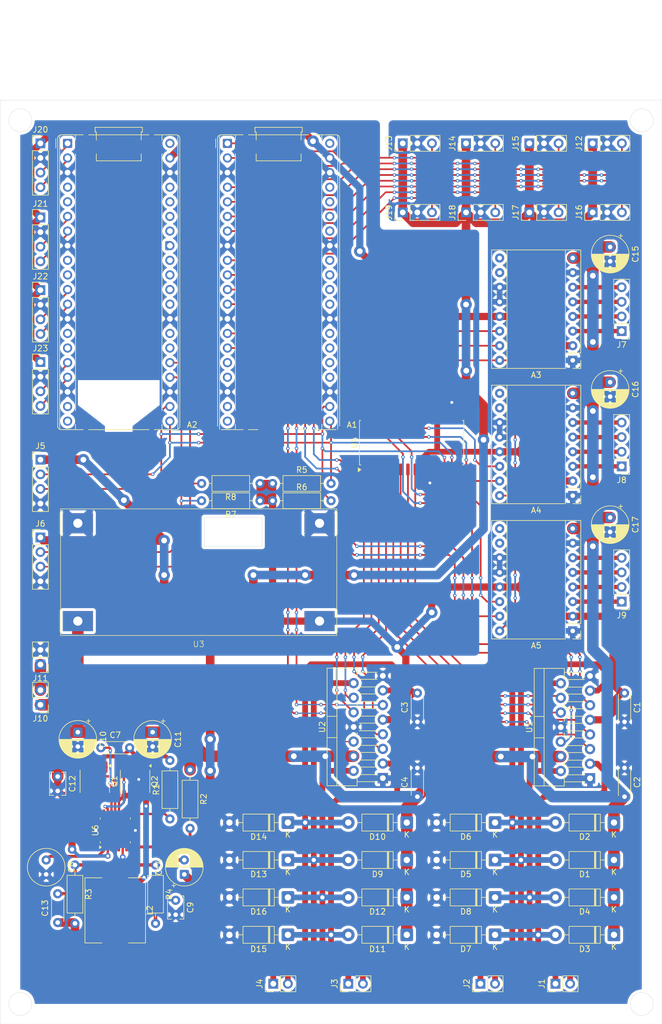
<source format=kicad_pcb>
(kicad_pcb (version 20241229) (generator "pcbnew") (generator_version "9.0")
  (layers (0 "F.Cu" signal) (2 "B.Cu" signal) (13 "F.Paste" user) (15 "B.Paste" user) (5 "F.SilkS" user "F.Silkscreen") (7 "B.SilkS" user "B.Silkscreen") (1 "F.Mask" user) (3 "B.Mask" user) (25 "Edge.Cuts" user))
  (net 0 "")
  (net 3 "I2C 0 SCL")
  (net 4 "Motor 2 Activation Pin")
  (net 5 "GNDPWR")
  (net 7 "Servo 3 PWM")
  (net 8 "Servo 8 PWM")
  (net 10 "Servo 2 PWM")
  (net 13 "+5VL")
  (net 14 "Servo 7 PWM")
  (net 16 "Servo 4 PWM")
  (net 18 "Servo 5 PWM")
  (net 20 "Motor 1 Activation Pin")
  (net 23 "Servo 1 PWM")
  (net 24 "Servo 6 PWM")
  (net 28 "Motor 3 Activation Pin")
  (net 30 "I2C 0 SDA")
  (net 33 "Motor 4 Activation Pin")
  (net 43 "I2C 1 SCL")
  (net 44 "Codeur 1 Pin 2")
  (net 48 "I2C 1 SDA")
  (net 59 "Codeur 1 Pin 1")
  (net 60 "Net-(A3-1A)")
  (net 61 "Net-(A3-1B)")
  (net 62 "Stepper 3 Sleep")
  (net 63 "Net-(A3-2A)")
  (net 64 "Steppers Dir")
  (net 65 "Stepper 3 Step")
  (net 66 "+12V")
  (net 67 "Net-(A3-2B)")
  (net 68 "Codeur 2 Pin 1")
  (net 70 "Net-(A4-1B)")
  (net 71 "Codeur 2 Pin 2")
  (net 72 "Stepper 1 Sleep")
  (net 73 "Net-(A4-2A)")
  (net 74 "Net-(A4-1A)")
  (net 75 "Codeur 3 Pin 2")
  (net 77 "Net-(A4-2B)")
  (net 78 "Stepper 1 Step")
  (net 80 "Codeur 3 Pin 1")
  (net 81 "Stepper 2 Sleep")
  (net 82 "Net-(A5-1B)")
  (net 83 "Net-(A5-1A)")
  (net 84 "Net-(A5-2A)")
  (net 85 "Stepper 2 Step")
  (net 86 "Codeur 4 Pin 1")
  (net 88 "Net-(A5-2B)")
  (net 89 "Net-(U6-SW)")
  (net 90 "Net-(U6-BST)")
  (net 91 "Net-(U6-VCC)")
  (net 92 "Net-(U6-SS)")
  (net 93 "Net-(U6-FB)")
  (net 94 "+5VP")
  (net 95 "Net-(C14-Pad2)")
  (net 96 "Net-(D1-A)")
  (net 97 "Net-(D2-A)")
  (net 98 "Net-(D3-A)")
  (net 99 "Net-(D4-A)")
  (net 100 "Net-(D13-K)")
  (net 101 "Net-(D10-A)")
  (net 102 "Net-(D11-A)")
  (net 103 "Net-(D12-A)")
  (net 104 "Net-(J10-Pin_2)")
  (net 105 "Net-(Q1-G)")
  (net 106 "Net-(Q2-G)")
  (net 107 "Net-(U6-ILIM)")
  (net 108 "Net-(U6-RON)")
  (net 109 "Motor 1 Direction Pin 2")
  (net 110 "Motor 1 Direction Pin 1")
  (net 111 "Motor 2 Direction Pin 2")
  (net 112 "Motor 2 Direction Pin 1")
  (net 113 "Motor 4 Direction Pin 2")
  (net 114 "Motor 3 Direction Pin 1")
  (net 115 "Motor 3 Direction Pin 2")
  (net 116 "Motor 4 Direction Pin 1")
  (net 123 "Codeur 4 Pin 2")
  (footprint "Connector_PinHeader_2.54mm:PinHeader_1x02_P2.54mm_Vertical" (layer "F.Cu") (at 235.5 218 90)
    (property "Reference" "J3")
    (property "Value" "Motor 2 Conn")
  )
  (footprint "Inductor_SMD:L_APV_APH1040" (layer "F.Cu") (at 195 205.25 -90)
    (property "Reference" "L2")
    (property "Value" "1.8uH")
  )
  (footprint "Connector_PinHeader_2.54mm:PinHeader_1x04_P2.54mm_Vertical" (layer "F.Cu") (at 182 97.5)
    (property "Reference" "J22")
    (property "Value" "Motor 3 Encoder")
  )
  (footprint "Connector_PinHeader_2.54mm:PinHeader_1x04_P2.54mm_Vertical" (layer "F.Cu") (at 182 110)
    (property "Reference" "J23")
    (property "Value" "Motor 4 Encoder")
  )
  (footprint "Capacitor_THT:C_Radial_D6.3mm_H5.0mm_P2.50mm" (layer "F.Cu") (at 183 196.5 -90)
    (property "Reference" "C8")
    (property "Value" "2.2uF")
  )
  (footprint "Module:Pololu_Breakout-16_15.2x20.3mm" (layer "F.Cu") (at 274.5 109.7 180)
    (property "Reference" "A3")
    (property "Value" "Pololu_Breakout_A4988")
  )
  (footprint "Package_SO:SOIC-8_3.9x4.9mm_P1.27mm" (layer "F.Cu") (at 198.45 182.8375 -90)
    (property "Reference" "Q2")
    (property "Value" "IRF8714PBF")
  )
  (footprint "Resistor_THT:R_Axial_DIN0207_L6.3mm_D2.5mm_P10.16mm_Horizontal" (layer "F.Cu") (at 208 180.84 -90)
    (property "Reference" "R2")
    (property "Value" "82.5kΩ")
  )
  (footprint "Diode_THT:D_DO-41_SOD81_P10.16mm_Horizontal" (layer "F.Cu") (at 281.66 209.5 180)
    (property "Reference" "D3")
    (property "Value" "1N4007")
  )
  (footprint "Connector_PinHeader_2.54mm:PinHeader_1x03_P2.54mm_Vertical" (layer "F.Cu") (at 277.96 72 90)
    (property "Reference" "J12")
    (property "Value" "Servo 4 Conn")
  )
  (footprint "Diode_THT:D_DO-41_SOD81_P10.16mm_Horizontal" (layer "F.Cu") (at 261 196.5 180)
    (property "Reference" "D5")
    (property "Value" "1N4007")
  )
  (footprint "Connector_PinHeader_2.54mm:PinHeader_1x04_P2.54mm_Vertical" (layer "F.Cu") (at 283 151.62 180)
    (property "Reference" "J9")
    (property "Value" "Stepper 3 Conn")
  )
  (footprint "Diode_THT:D_DO-41_SOD81_P10.16mm_Horizontal" (layer "F.Cu") (at 225 209.5 180)
    (property "Reference" "D15")
    (property "Value" "1N4007")
  )
  (footprint "Connector_PinHeader_2.54mm:PinHeader_1x04_P2.54mm_Vertical" (layer "F.Cu") (at 182 140.46)
    (property "Reference" "J6")
    (property "Value" "I2C 1 Conn")
  )
  (footprint "Module:RaspberryPi_Pico_Common_THT" (layer "F.Cu") (at 186.72 72)
    (property "Reference" "A2")
    (property "Value" "RaspberryPi_Pico_W")
  )
  (footprint "Connector_PinHeader_2.54mm:PinHeader_1x03_P2.54mm_Vertical" (layer "F.Cu") (at 244.96 72 90)
    (property "Reference" "J13")
    (property "Value" "Servo 1 Conn")
  )
  (footprint "Capacitor_THT:C_Disc_D4.3mm_W1.9mm_P5.00mm" (layer "F.Cu") (at 185 207.3625 90)
    (property "Reference" "C13")
    (property "Value" "120pF")
  )
  (footprint "Package_SO:HTSSOP-14-1EP_4.4x5mm_P0.65mm_EP3.4x5mm_Mask3x3.1mm" (layer "F.Cu") (at 195 191.3625 90)
    (property "Reference" "U6")
    (property "Value" "LM3150MH")
  )
  (footprint "Module:Pololu_Breakout-16_15.2x20.3mm" (layer "F.Cu") (at 274.5 133.2 180)
    (property "Reference" "A4")
    (property "Value" "Pololu_Breakout_A4988")
  )
  (footprint "Connector_PinHeader_2.54mm:PinHeader_1x03_P2.54mm_Vertical" (layer "F.Cu") (at 255.96 72 90)
    (property "Reference" "J14")
    (property "Value" "Servo 2 Conn")
  )
  (footprint "Connector_PinHeader_2.54mm:PinHeader_1x02_P2.54mm_Vertical" (layer "F.Cu") (at 258.46 218 90)
    (property "Reference" "J2")
    (property "Value" "Motor 1 Conn")
  )
  (footprint "Connector_PinHeader_2.54mm:PinHeader_1x02_P2.54mm_Vertical" (layer "F.Cu") (at 271.5 218 90)
    (property "Reference" "J1")
    (property "Value" "Motor 0 Conn")
  )
  (footprint "Capacitor_THT:C_Disc_D4.3mm_W1.9mm_P5.00mm" (layer "F.Cu") (at 283.5 180.5 -90)
    (property "Reference" "C2")
    (property "Value" "100nF")
  )
  (footprint "Diode_THT:D_DO-41_SOD81_P10.16mm_Horizontal" (layer "F.Cu") (at 261 203 180)
    (property "Reference" "D8")
    (property "Value" "1N4007")
  )
  (footprint "Capacitor_THT:CP_Radial_D6.3mm_P2.50mm" (layer "F.Cu") (at 281 137 -90)
    (property "Reference" "C17")
    (property "Value" "100uF")
  )
  (footprint "Capacitor_THT:CP_Radial_D6.3mm_P2.50mm" (layer "F.Cu") (at 281 113.5 -90)
    (property "Reference" "C16")
    (property "Value" "100uF")
  )
  (footprint "Diode_THT:D_DO-41_SOD81_P10.16mm_Horizontal" (layer "F.Cu") (at 245.66 203 180)
    (property "Reference" "D12")
    (property "Value" "1N4007")
  )
  (footprint "Diode_THT:D_DO-41_SOD81_P10.16mm_Horizontal" (layer "F.Cu") (at 261 209.5 180)
    (property "Reference" "D7")
    (property "Value" "1N4007")
  )
  (footprint "LM2596S-Module:LM2596S-Module" (layer "F.Cu") (at 209.5 146.5)
    (property "Reference" "U3")
    (property "Value" "~")
    (fp_rect (start 1 -9.5) (end 11 -4.5) (stroke (width 0.05)) (fill no) (layer "Edge.Cuts"))
  )
  (footprint "Diode_THT:D_DO-41_SOD81_P10.16mm_Horizontal" (layer "F.Cu") (at 281.66 190 180)
    (property "Reference" "D2")
    (property "Value" "1N4007")
  )
  (footprint "Package_SO:SOIC-8_3.9x4.9mm_P1.27mm" (layer "F.Cu") (at 191.45 182.8375 -90)
    (property "Reference" "Q1")
    (property "Value" "IRF8714PBF")
  )
  (footprint "Capacitor_THT:CP_Radial_D6.3mm_P2.50mm" (layer "F.Cu") (at 281 90 -90)
    (property "Reference" "C15")
    (property "Value" "100uF")
  )
  (footprint "Connector_PinHeader_2.54mm:PinHeader_1x03_P2.54mm_Vertical" (layer "F.Cu") (at 255.96 84 90)
    (property "Reference" "J18")
    (property "Value" "Servo 7 Conn")
  )
  (footprint "Connector_PinHeader_2.54mm:PinHeader_1x03_P2.54mm_Vertical" (layer "F.Cu") (at 277.96 84 90)
    (property "Reference" "J16")
    (property "Value" "Servo 5 Conn")
  )
  (footprint "Capacitor_THT:CP_Radial_D6.3mm_P2.50mm" (layer "F.Cu") (at 201.5 174.294888 -90)
    (property "Reference" "C11")
    (property "Value" "10uF")
  )
  (footprint "Capacitor_THT:C_Disc_D4.3mm_W1.9mm_P5.00mm" (layer "F.Cu") (at 247.5 172.5 90)
    (property "Reference" "C3")
    (property "Value" "100nF")
  )
  (footprint "Module:RaspberryPi_Pico_Common_THT" (layer "F.Cu") (at 214.5 72)
    (property "Reference" "A1")
    (property "Value" "RaspberryPi_Pico")
  )
  (footprint "Diode_THT:D_DO-41_SOD81_P10.16mm_Horizontal" (layer "F.Cu") (at 245.66 190 180)
    (property "Reference" "D10")
    (property "Value" "1N4007")
  )
  (footprint "Connector_PinHeader_2.54mm:PinHeader_1x03_P2.54mm_Vertical" (layer "F.Cu") (at 266.96 72 90)
    (property "Reference" "J15")
    (property "Value" "Servo 3 Conn")
  )
  (footprint "Resistor_THT:R_Axial_DIN0207_L6.3mm_D2.5mm_P10.16mm_Horizontal" (layer "F.Cu") (at 222.34 131.09)
    (property "Reference" "R5")
    (property "Value" "4.7kΩ")
  )
  (footprint "Connector_PinHeader_2.54mm:PinHeader_1x02_P2.54mm_Vertical" (layer "F.Cu") (at 182 162.54 180)
    (property "Reference" "J11")
    (property "Value" "BAU")
  )
  (footprint "Diode_THT:D_DO-41_SOD81_P10.16mm_Horizontal" (layer "F.Cu") (at 225 203 180)
    (property "Reference" "D16")
    (property "Value" "1N4007")
  )
  (footprint "Capacitor_THT:C_Disc_D3.8mm_W2.6mm_P2.50mm" (layer "F.Cu") (at 185 182 -90)
    (property "Reference" "C12")
    (property "Value" "100nF")
  )
  (footprint "Capacitor_THT:C_Disc_D4.3mm_W1.9mm_P5.00mm" (layer "F.Cu") (at 283.5 167.5 -90)
    (property "Reference" "C1")
    (property "Value" "100nF")
  )
  (footprint "Package_SO:SOIC-28W_7.5x17.9mm_P1.27mm" (layer "F.Cu") (at 246.5 124 90)
    (property "Reference" "U4")
    (property "Value" "MCP23017_SO")
  )
  (footprint "Connector_PinHeader_2.54mm:PinHeader_1x04_P2.54mm_Vertical" (layer "F.Cu") (at 182 72)
    (property "Reference" "J20")
    (property "Value" "Motor 1 Encoder")
  )
  (footprint "Diode_THT:D_DO-41_SOD81_P10.16mm_Horizontal" (layer "F.Cu") (at 281.66 203 180)
    (property "Reference" "D4")
    (property "Value" "1N4007")
  )
  (footprint "Module:Pololu_Breakout-16_15.2x20.3mm" (layer "F.Cu") (at 274.5 156.7 180)
    (property "Reference" "A5")
    (property "Value" "Pololu_Breakout_A4988")
  )
  (footprint "Connector_PinHeader_2.54mm:PinHeader_1x03_P2.54mm_Vertical" (layer "F.Cu") (at 266.96 84 90)
    (property "Reference" "J17")
    (property "Value" "Servo 6 Conn")
  )
  (footprint "Capacitor_THT:C_Disc_D4.3mm_W1.9mm_P5.00mm" (layer "F.Cu") (at 192.5 177)
    (property "Reference" "C7")
    (property "Value" "470nF")
  )
  (footprint "Diode_THT:D_DO-41_SOD81_P10.16mm_Horizontal" (layer "F.Cu") (at 281.66 196.5 180)
    (property "Reference" "D1")
    (property "Value" "1N4007")
  )
  (footprint "Resistor_THT:R_Axial_DIN0207_L6.3mm_D2.5mm_P10.16mm_Horizontal" (layer "F.Cu") (at 222.34 134.09)
    (property "Reference" "R6")
    (property "Value" "4.7kΩ")
  )
  (footprint "Diode_THT:D_DO-41_SOD81_P10.16mm_Horizontal" (layer "F.Cu") (at 245.66 196.5 180)
    (property "Reference" "D9")
    (property "Value" "1N4007")
  )
  (footprint "Resistor_THT:R_Axial_DIN0207_L6.3mm_D2.5mm_P10.16mm_Horizontal" (layer "F.Cu") (at 220.16 134.09 180)
    (property "Reference" "R7")
    (property "Value" "4.7kΩ")
  )
  (footprint "Resistor_THT:R_Axial_DIN0207_L6.3mm_D2.5mm_P10.16mm_Horizontal" (layer "F.Cu") (at 202 197.3625 -90)
    (property "Reference" "R4")
    (property "Value" "10kΩ")
  )
  (footprint "Capacitor_THT:CP_Radial_D6.3mm_P2.50mm" (layer "F.Cu") (at 207 199 90)
    (property "Reference" "C14")
    (property "Value" "120uF")
  )
  (footprint "Package_TO_SOT_THT:TO-220-15_P2.54x5.08mm_StaggerOdd_Lead4.58mm_Vertical" (layer "F.Cu") (at 277.5 182.31 90)
    (property "Reference" "U1")
    (property "Value" "L298HN")
  )
  (footprint "Capacitor_THT:C_Disc_D4.3mm_W1.9mm_P5.00mm" (layer "F.Cu") (at 247.5 185.5 90)
    (property "Reference" "C4")
    (property "Value" "100nF")
  )
  (footprint "Resistor_THT:R_Axial_DIN0207_L6.3mm_D2.5mm_P10.16mm_Horizontal" (layer "F.Cu") (at 188 197.3625 -90)
    (property "Reference" "R3")
    (property "Value" "73.2kΩ")
  )
  (footprint "Capacitor_THT:C_Disc_D3.8mm_W2.6mm_P2.50mm" (layer "F.Cu") (at 205.5 203.5 -90)
    (property "Reference" "C9")
    (property "Value" "15nF")
  )
  (footprint "Connector_PinHeader_2.54mm:PinHeader_1x04_P2.54mm_Vertical" (layer "F.Cu") (at 182 126.96)
    (property "Reference" "J5")
    (property "Value" "I2C 0 Conn")
  )
  (footprint "Diode_THT:D_DO-41_SOD81_P10.16mm_Horizontal" (layer "F.Cu") (at 245.66 209.5 180)
    (property "Reference" "D11")
    (property "Value" "1N4007")
  )
  (footprint "Resistor_THT:R_Axial_DIN0207_L6.3mm_D2.5mm_P10.16mm_Horizontal" (layer "F.Cu") (at 220.16 131.09 180)
    (property "Reference" "R8")
    (property "Value" "4.7kΩ")
  )
  (footprint "Connector_PinHeader_2.54mm:PinHeader_1x04_P2.54mm_Vertical" (layer "F.Cu") (at 182 84.88)
    (property "Reference" "J21")
    (property "Value" "Motor 2 Encoder")
  )
  (footprint "Connector_PinHeader_2.54mm:PinHeader_1x03_P2.54mm_Vertical" (layer "F.Cu") (at 244.96 84 90)
    (property "Reference" "J19")
    (property "Value" "Servo 8 Conn")
  )
  (footprint "Package_TO_SOT_THT:TO-220-15_P2.54x5.08mm_StaggerOdd_Lead4.58mm_Vertical" (layer "F.Cu") (at 241.5 182.28 90)
    (property "Reference" "U2")
    (property "Value" "L298HN")
  )
  (footprint "Diode_THT:D_DO-41_SOD81_P10.16mm_Horizontal" (layer "F.Cu") (at 261 190 180)
    (property "Reference" "D6")
    (property "Value" "1N4007")
  )
  (footprint "Connector_PinHeader_2.54mm:PinHeader_1x04_P2.54mm_Vertical" (layer "F.Cu") (at 283 128.12 180)
    (property "Reference" "J8")
    (property "Value" "Stepper 2 Conn")
  )
  (footprint "Diode_THT:D_DO-41_SOD81_P10.16mm_Horizontal" (layer "F.Cu") (at 225 190 180)
    (property "Reference" "D14")
    (property "Value" "1N4007")
  )
  (footprint "Connector_PinHeader_2.54mm:PinHeader_1x02_P2.54mm_Vertical" (layer "F.Cu") (at 222.46 218 90)
    (property "Reference" "J4")
    (property "Value" "Motor 3 Conn")
  )
  (footprint "Connector_PinHeader_2.54mm:PinHeader_1x04_P2.54mm_Vertical" (layer "F.Cu") (at 283 104.62 180)
    (property "Reference" "J7")
    (property "Value" "Stepper 1 Conn")
  )
  (footprint "Capacitor_THT:CP_Radial_D6.3mm_P2.50mm" (layer "F.Cu") (at 188.5 174.294888 -90)
    (property "Reference" "C10")
    (property "Value" "10uF")
  )
  (footprint "Diode_THT:D_DO-41_SOD81_P10.16mm_Horizontal" (layer "F.Cu") (at 225 196.5 180)
    (property "Reference" "D13")
    (property "Value" "1N4007")
  )
  (footprint "Resistor_THT:R_Axial_DIN0207_L6.3mm_D2.5mm_P10.16mm_Horizontal" (layer "F.Cu") (at 204.5 189.3625 90)
    (property "Reference" "R1")
    (property "Value" "665Ω")
  )
  (footprint "Connector_PinHeader_2.54mm:PinHeader_1x02_P2.54mm_Vertical" (layer "F.Cu") (at 182 169.54 180)
    (property "Reference" "J10")
    (property "Value" "12V Battery")
  )
  (gr_arc (start 259 85.25) (mid 259.707107 85.542893) (end 260 86.25) (stroke (width 0.5)) (layer "B.Cu") (net 5))
  (gr_arc (start 260 161.75) (mid 259.707107 162.457107) (end 259 162.75) (stroke (width 0.5)) (layer "B.Cu") (net 5))
  (gr_arc (start 189.75 162.75) (mid 188.75 161.75) (end 189.75 160.75) (stroke (width 0.5)) (layer "B.Cu") (net 5))
  (gr_arc (start 241.75 87.25) (mid 241.042893 86.957107) (end 240.75 86.25) (stroke (width 0.5)) (layer "B.Cu") (net 5))
  (gr_circle (center 178.5 221.5) (end 180.5 221.5) (stroke (width 0.05)) (fill no) (layer "Edge.Cuts"))
  (gr_circle (center 178.5 68) (end 180.5 68) (stroke (width 0.05)) (fill no) (layer "Edge.Cuts"))
  (gr_circle (center 286.5 68) (end 288.5 68) (stroke (width 0.05)) (fill no) (layer "Edge.Cuts"))
  (gr_rect (start 175 64.5) (end 290 225) (stroke (width 0.05)) (fill no) (layer "Edge.Cuts"))
  (gr_circle (center 286.5 221.5) (end 288.5 221.5) (stroke (width 0.05)) (fill no) (layer "Edge.Cuts"))
  (segment (start 203 131) (end 201.96 132.04) (width 0.3) (layer "F.Cu") (net 3))
  (segment (start 252.215 128.65) (end 252.215 126.58) (width 0.3) (layer "F.Cu") (net 3))
  (segment (start 231 122.5) (end 231 118) (width 0.3) (layer "F.Cu") (net 3))
  (segment (start 203.78 117.72) (end 204.5 117.72) (width 0.3) (layer "F.Cu") (net 3))
  (segment (start 231 132.59) (end 232.5 134.09) (width 0.3) (layer "F.Cu") (net 3))
  (segment (start 231.28 117.72) (end 232.28 117.72) (width 0.3) (layer "F.Cu") (net 3))
  (segment (start 203 118.5) (end 203.78 117.72) (width 0.3) (layer "F.Cu") (net 3))
  (segment (start 231 118) (end 231.28 117.72) (width 0.3) (layer "F.Cu") (net 3))
  (segment (start 231 125) (end 231 132.59) (width 0.3) (layer "F.Cu") (net 3))
  (segment (start 203 122.5) (end 203 131) (width 0.3) (layer "F.Cu") (net 3))
  (segment (start 201.96 132.04) (end 182 132.04) (width 0.3) (layer "F.Cu") (net 3))
  (segment (start 203 122.5) (end 203 118.5) (width 0.3) (layer "F.Cu") (net 3))
  (segment (start 209.5 122.5) (end 231 122.5) (width 0.3) (layer "F.Cu") (net 3))
  (via (at 209.5 122.5) (size 0.6) (drill 0.3) (layers "F.Cu" "B.Cu") (net 3))
  (via (at 203 122.5) (size 0.6) (drill 0.3) (layers "F.Cu" "B.Cu") (net 3))
  (via (at 231 122.5) (size 0.6) (drill 0.3) (layers "F.Cu" "B.Cu") (net 3))
  (via (at 252.215 126.58) (size 0.6) (drill 0.3) (layers "F.Cu" "B.Cu") (net 3))
  (via (at 231 125) (size 0.6) (drill 0.3) (layers "F.Cu" "B.Cu") (net 3))
  (segment (start 203 122.5) (end 209.5 122.5) (width 0.3) (layer "B.Cu") (net 3))
  (segment (start 231.5 125.5) (end 231 125) (width 0.3) (layer "B.Cu") (net 3))
  (segment (start 252.215 126.58) (end 251.135 125.5) (width 0.3) (layer "B.Cu") (net 3))
  (segment (start 251.135 125.5) (end 231.5 125.5) (width 0.3) (layer "B.Cu") (net 3))
  (segment (start 231 125) (end 231 122.5) (width 0.3) (layer "B.Cu") (net 3))
  (segment (start 229.5 99.5) (end 227.4 97.4) (width 0.3) (layer "F.Cu") (net 4))
  (segment (start 236 129) (end 234 127) (width 0.3) (layer "F.Cu") (net 4))
  (segment (start 255.5 147.5) (end 255.5 144) (width 0.3) (layer "F.Cu") (net 4))
  (segment (start 229.5 121.5) (end 229.5 99.5) (width 0.3) (layer "F.Cu") (net 4))
  (segment (start 275.75 161.25) (end 275.75 160.75) (width 0.3) (layer "F.Cu") (net 4))
  (segment (start 255.5 144) (end 253.5 142) (width 0.3) (layer "F.Cu") (net 4))
  (segment (start 255.5 158) (end 255.5 150.5) (width 0.3) (layer "F.Cu") (net 4))
  (segment (start 275.75 160.75) (end 274 159) (width 0.3) (layer "F.Cu") (net 4))
  (segment (start 236 141) (end 236 129) (width 0.3) (layer "F.Cu") (net 4))
  (segment (start 237 142) (end 236 141) (width 0.3) (layer "F.Cu") (net 4))
  (segment (start 274 159) (end 256.5 159) (width 0.3) (layer "F.Cu") (net 4))
  (segment (start 253.5 142) (end 248 142) (width 0.3) (layer "F.Cu") (net 4))
  (segment (start 256.5 159) (end 255.5 158) (width 0.3) (layer "F.Cu") (net 4))
  (segment (start 275.75 163.75) (end 275.75 167.86) (width 0.3) (layer "F.Cu") (net 4))
  (segment (start 275.75 167.86) (end 277.5 169.61) (width 0.3) (layer "F.Cu") (net 4))
  (segment (start 227.4 97.4) (end 214.5 97.4) (width 0.3) (layer "F.Cu") (net 4))
  (segment (start 234 127) (end 233.5 127) (width 0.3) (layer "F.Cu") (net 4))
  (via (at 233.5 127) (size 0.6) (drill 0.3) (layers "F.Cu" "B.Cu") (net 4))
  (via (at 229.5 121.5) (size 0.6) (drill 0.3) (layers "F.Cu" "B.Cu") (net 4))
  (via (at 255.5 147.5) (size 0.6) (drill 0.3) (layers "F.Cu" "B.Cu") (net 4))
  (via (at 275.75 161.25) (size 0.6) (drill 0.3) (layers "F.Cu" "B.Cu") (net 4))
  (via (at 275.75 163.75) (size 0.6) (drill 0.3) (layers "F.Cu" "B.Cu") (net 4))
  (via (at 237 142) (size 0.6) (drill 0.3) (layers "F.Cu" "B.Cu") (net 4))
  (via (at 248 142) (size 0.6) (drill 0.3) (layers "F.Cu" "B.Cu") (net 4))
  (via (at 255.5 150.5) (size 0.6) (drill 0.3) (layers "F.Cu" "B.Cu") (net 4))
  (segment (start 230.5 127) (end 233.5 127) (width 0.3) (layer "B.Cu") (net 4))
  (segment (start 255.5 150.5) (end 255.5 147.5) (width 0.3) (layer "B.Cu") (net 4))
  (segment (start 229.5 126) (end 230.5 127) (width 0.3) (layer "B.Cu") (net 4))
  (segment (start 275.75 161.25) (end 275.75 163.75) (width 0.3) (layer "B.Cu") (net 4))
  (segment (start 229.5 121.5) (end 229.5 126) (width 0.3) (layer "B.Cu") (net 4))
  (segment (start 237 142) (end 248 142) (width 0.3) (layer "B.Cu") (net 4))
  (segment (start 195.65 192.0125) (end 195 191.3625) (width 0.5) (layer "F.Cu") (net 5))
  (segment (start 199.085 180.3625) (end 197.815 180.3625) (width 1) (layer "F.Cu") (net 5))
  (segment (start 196.3 190.0625) (end 195 191.3625) (width 0.5) (layer "F.Cu") (net 5))
  (segment (start 195 191.3625) (end 194.3625 191.3625) (width 0.5) (layer "F.Cu") (net 5))
  (segment (start 193.05 190.05) (end 193.05 188.5) (width 0.5) (layer "F.Cu") (net 5))
  (segment (start 195 191.3625) (end 191.6375 191.3625) (width 1) (layer "F.Cu") (net 5))
  (segment (start 196.3 188.5) (end 196.3 190.0625) (width 0.5) (layer "F.Cu") (net 5))
  (segment (start 200.355 180.3625) (end 199.085 180.3625) (width 1) (layer "F.Cu") (net 5))
  (segment (start 249.675 128.65) (end 249.675 131) (width 1) (layer "F.Cu") (net 5))
  (segment (start 195.65 194.225) (end 195.65 192.0125) (width 0.5) (layer "F.Cu") (net 5))
  (segment (start 253.485 119.35) (end 252.215 119.35) (width 0.6) (layer "F.Cu") (net 5))
  (segment (start 254.755 119.35) (end 253.485 119.35) (width 0.6) (layer "F.Cu") (net 5))
  (segment (start 195 191.3625) (end 198.5 191.3625) (width 1) (layer "F.Cu") (net 5))
  (segment (start 194.3625 191.3625) (end 193.05 190.05) (width 0.5) (layer "F.Cu") (net 5))
  (segment (start 253.485 119.35) (end 253.485 117.015) (width 0.6) (layer "F.Cu") (net 5))
  (segment (start 199.085 182.5) (end 199.085 180.3625) (width 1) (layer "F.Cu") (net 5))
  (via (at 198.5 191.3625) (size 1) (drill 0.5) (layers "F.Cu" "B.Cu") (net 5))
  (via (at 191.6375 191.3625) (size 1) (drill 0.5) (layers "F.Cu" "B.Cu") (net 5))
  (via (at 199.085 182.5) (size 1) (drill 0.5) (layers "F.Cu" "B.Cu") (net 5))
  (via (at 253.485 117.015) (size 1) (drill 0.5) (layers "F.Cu" "B.Cu") (net 5))
  (via (at 249.675 131) (size 1) (drill 0.5) (layers "F.Cu" "B.Cu") (net 5))
  (segment (start 222.616 79.62) (end 214.5 79.62) (width 0.3) (layer "F.Cu") (net 7))
  (segment (start 243.5 76.5) (end 236 76.5) (width 0.3) (layer "F.Cu") (net 7))
  (segment (start 265.5 76.5) (end 257.5 76.5) (width 0.3) (layer "F.Cu") (net 7))
  (segment (start 224 78.236) (end 222.616 79.62) (width 0.3) (layer "F.Cu") (net 7))
  (segment (start 272.04 75.46) (end 271 76.5) (width 0.3) (layer "F.Cu") (net 7))
  (segment (start 234.264 78.236) (end 224 78.236) (width 0.3) (layer "F.Cu") (net 7))
  (segment (start 254.5 76.5) (end 246.5 76.5) (width 0.3) (layer "F.Cu") (net 7))
  (segment (start 271 76.5) (end 268.5 76.5) (width 0.3) (layer "F.Cu") (net 7))
  (segment (start 272.04 72) (end 272.04 75.46) (width 0.3) (layer "F.Cu") (net 7))
  (segment (start 236 76.5) (end 234.264 78.236) (width 0.3) (layer "F.Cu") (net 7))
  (via (at 254.5 76.5) (size 0.6) (drill 0.3) (layers "F.Cu" "B.Cu") (net 7))
  (via (at 268.5 76.5) (size 0.6) (drill 0.3) (layers "F.Cu" "B.Cu") (net 7))
  (via (at 257.5 76.5) (size 0.6) (drill 0.3) (layers "F.Cu" "B.Cu") (net 7))
  (via (at 243.5 76.5) (size 0.6) (drill 0.3) (layers "F.Cu" "B.Cu") (net 7))
  (via (at 265.5 76.5) (size 0.6) (drill 0.3) (layers "F.Cu" "B.Cu") (net 7))
  (via (at 246.5 76.5) (size 0.6) (drill 0.3) (layers "F.Cu" "B.Cu") (net 7))
  (segment (start 246.5 76.5) (end 243.5 76.5) (width 0.3) (layer "B.Cu") (net 7))
  (segment (start 268.5 76.5) (end 265.5 76.5) (width 0.3) (layer "B.Cu") (net 7))
  (segment (start 257.5 76.5) (end 254.5 76.5) (width 0.3) (layer "B.Cu") (net 7))
  (segment (start 250.04 82.54) (end 250.04 84) (width 0.3) (layer "F.Cu") (net 8))
  (segment (start 233.831 91.169) (end 224 91.169) (width 0.3) (layer "F.Cu") (net 8))
  (segment (start 246.5 81.5) (end 249 81.5) (width 0.3) (layer "F.Cu") (net 8))
  (segment (start 220.309 94.86) (end 214.5 94.86) (width 0.3) (layer "F.Cu") (net 8))
  (segment (start 224 91.169) (end 220.309 94.86) (width 0.3) (layer "F.Cu") (net 8))
  (segment (start 249 81.5) (end 250.04 82.54) (width 0.3) (layer "F.Cu") (net 8))
  (segment (start 243.5 81.5) (end 233.831 91.169) (width 0.3) (layer "F.Cu") (net 8))
  (via (at 246.5 81.5) (size 0.6) (drill 0.3) (layers "F.Cu" "B.Cu") (net 8))
  (via (at 243.5 81.5) (size 0.6) (drill 0.3) (layers "F.Cu" "B.Cu") (net 8))
  (segment (start 246.5 81.5) (end 243.5 81.5) (width 0.3) (layer "B.Cu") (net 8))
  (segment (start 234.5 75.5) (end 234.076 75.924) (width 0.3) (layer "F.Cu") (net 10))
  (segment (start 243.5 75.5) (end 234.5 75.5) (width 0.3) (layer "F.Cu") (net 10))
  (segment (start 222.54 74.54) (end 214.5 74.54) (width 0.3) (layer "F.Cu") (net 10))
  (segment (start 254.5 75.5) (end 246.5 75.5) (width 0.3) (layer "F.Cu") (net 10))
  (segment (start 260 75.5) (end 261.04 74.46) (width 0.3) (layer "F.Cu") (net 10))
  (segment (start 223.924 75.924) (end 222.54 74.54) (width 0.3) (layer "F.Cu") (net 10))
  (segment (start 261.04 74.46) (end 261.04 72) (width 0.3) (layer "F.Cu") (net 10))
  (segment (start 257.5 75.5) (end 260 75.5) (width 0.3) (layer "F.Cu") (net 10))
  (segment (start 234.076 75.924) (end 223.924 75.924) (width 0.3) (layer "F.Cu") (net 10))
  (via (at 254.5 75.5) (size 0.6) (drill 0.3) (layers "F.Cu" "B.Cu") (net 10))
  (via (at 243.5 75.5) (size 0.6) (drill 0.3) (layers "F.Cu" "B.Cu") (net 10))
  (via (at 257.5 75.5) (size 0.6) (drill 0.3) (layers "F.Cu" "B.Cu") (net 10))
  (via (at 246.5 75.5) (size 0.6) (drill 0.3) (layers "F.Cu" "B.Cu") (net 10))
  (segment (start 246.5 75.5) (end 243.5 75.5) (width 0.3) (layer "B.Cu") (net 10))
  (segment (start 257.5 75.5) (end 254.5 75.5) (width 0.3) (layer "B.Cu") (net 10))
  (segment (start 180.324 73.676) (end 180.324 83.204) (width 1.25) (layer "F.Cu") (net 13))
  (segment (start 180.324 86.556) (end 180.324 95.824) (width 1.25) (layer "F.Cu") (net 13))
  (segment (start 250 152) (end 252.92 149.08) (width 1.25) (layer "F.Cu") (net 13))
  (segment (start 245.5 166.28) (end 246.72 167.5) (width 1.25) (layer "F.Cu") (net 13))
  (segment (start 265.08 149.08) (end 270.16 144) (width 1.25) (layer "F.Cu") (net 13))
  (segment (start 222.34 134.09) (end 222.34 131.09) (width 1.25) (layer "F.Cu") (net 13))
  (segment (start 274.5 130.66) (end 270.16 130.66) (width 1.25) (layer "F.Cu") (net 13))
  (segment (start 245.5 171) (end 244.38 172.12) (width 1.25) (layer "F.Cu") (net 13))
  (segment (start 270.16 154.16) (end 265.08 149.08) (width 1.25) (layer "F.Cu") (net 13))
  (segment (start 244.38 172.12) (end 241.5 172.12) (width 1.25) (layer "F.Cu") (net 13))
  (segment (start 280.2 172.15) (end 281.5 170.85) (width 1.25) (layer "F.Cu") (net 13))
  (segment (start 222.34 131.09) (end 222.34 131.91) (width 1.25) (layer "F.Cu") (net 13))
  (segment (start 250.945 119.35) (end 250.945 125.58) (width 1) (layer "F.Cu") (net 13))
  (segment (start 261.8 102.08) (end 265.08 102.08) (width 1.25) (layer "F.Cu") (net 13))
  (segment (start 283 167.5) (end 283.5 167.5) (width 1.25) (layer "F.Cu") (net 13))
  (segment (start 182 84.88) (end 180.324 86.556) (width 1.25) (layer "F.Cu") (net 13))
  (segment (start 270.16 120.5) (end 265.08 125.58) (width 1.25) (layer "F.Cu") (net 13))
  (segment (start 220.16 134.09) (end 220.16 131.09) (width 1.25) (layer "F.Cu") (net 13))
  (segment (start 230.5 155) (end 223 155) (width 1.25) (layer "F.Cu") (net 13))
  (segment (start 227.74 70) (end 209.04 70) (width 1.25) (layer "F.Cu") (net 13))
  (segment (start 270.16 130.66) (end 265.08 125.58) (width 1.25) (layer "F.Cu") (net 13))
  (segment (start 265.08 149.08) (end 261.8 149.08) (width 1.25) (layer "F.Cu") (net 13))
  (segment (start 274.5 154.16) (end 280.16 154.16) (width 1.25) (layer "F.Cu") (net 13))
  (segment (start 245.5 168.72) (end 245.5 171) (width 1.25) (layer "F.Cu") (net 13))
  (segment (start 180.324 83.204) (end 182 84.88) (width 1.25) (layer "F.Cu") (net 13))
  (segment (start 252.92 149.08) (end 261.8 149.08) (width 1.25) (layer "F.Cu") (net 13))
  (segment (start 245.5 161) (end 245.5 166.28) (width 1.25) (layer "F.Cu") (net 13))
  (segment (start 229.37 71.63) (end 227.74 70) (width 1.25) (layer "F.Cu") (net 13))
  (segment (start 222.34 134.09) (end 220.16 134.09) (width 1.25) (layer "F.Cu") (net 13))
  (segment (start 248.83 102.08) (end 261.8 102.08) (width 1.25) (layer "F.Cu") (net 13))
  (segment (start 277.34 172.15) (end 280.2 172.15) (width 1.25) (layer "F.Cu") (net 13))
  (segment (start 270.16 130.66) (end 270.16 144) (width 1.25) (layer "F.Cu") (net 13))
  (segment (start 249.515 125.58) (end 248.405 126.69) (width 1) (layer "F.Cu") (net 13))
  (segment (start 180.324 95.824) (end 182 97.5) (width 1.25) (layer "F.Cu") (net 13))
  (segment (start 248.405 126.69) (end 248.405 128.65) (width 1) (layer "F.Cu") (net 13))
  (segment (start 209.04 70) (end 184 70) (width 1.25) (layer "F.Cu") (net 13))
  (segment (start 281.5 166) (end 283 167.5) (width 1.25) (layer "F.Cu") (net 13))
  (segment (start 265.08 125.58) (end 261.8 125.58) (width 1.25) (layer "F.Cu") (net 13))
  (segment (start 184 70) (end 182 72) (width 1.25) (layer "F.Cu") (net 13))
  (segment (start 250 153.5) (end 250 152) (width 1.25) (layer "F.Cu") (net 13))
  (segment (start 280.16 154.16) (end 281.5 155.5) (width 1.25) (layer "F.Cu") (net 13))
  (segment (start 246.72 167.5) (end 245.5 168.72) (width 1.25) (layer "F.Cu") (net 13))
  (segment (start 270.16 107.16) (end 270.16 120.5) (width 1.25) (layer "F.Cu") (net 13))
  (segment (start 220.16 131.09) (end 222.34 131.09) (width 1.25) (layer "F.Cu") (net 13))
  (segment (start 270.16 107.16) (end 274.5 107.16) (width 1.25) (layer "F.Cu") (net 13))
  (segment (start 223 155) (end 222.34 154.34) (width 1.25) (layer "F.Cu") (net 13))
  (segment (start 222.34 131.91) (end 220.16 134.09) (width 1.25) (layer "F.Cu") (net 13))
  (segment (start 182 72) (end 180.324 73.676) (width 1.25) (layer "F.Cu") (net 13))
  (segment (start 222.34 133.27) (end 220.16 131.09) (width 1.25) (layer "F.Cu") (net 13))
  (segment (start 261.8 125.58) (end 249.515 125.58) (width 1) (layer "F.Cu") (net 13))
  (segment (start 237.5 90.75) (end 248.83 102.08) (width 1.25) (layer "F.Cu") (net 13))
  (segment (start 222.34 134.09) (end 222.34 133.27) (width 1.25) (layer "F.Cu") (net 13))
  (segment (start 274.5 154.16) (end 270.16 154.16) (width 1.25) (layer "F.Cu") (net 13))
  (segment (start 281.5 170.85) (end 281.5 169) (width 1.25) (layer "F.Cu") (net 13))
  (segment (start 281.5 155.5) (end 281.5 166) (width 1.25) (layer "F.Cu") (net 13))
  (segment (start 209.04 70) (end 204.5 74.54) (width 1.25) (layer "F.Cu") (net 13))
  (segment (start 222.34 154.34) (end 222.34 134.09) (width 1.25) (layer "F.Cu") (net 13))
  (segment (start 246.72 167.5) (end 247.5 167.5) (width 1.25) (layer "F.Cu") (net 13))
  (segment (start 244 159.5) (end 245.5 161) (width 1.25) (layer "F.Cu") (net 13))
  (segment (start 180.324 108.324) (end 182 110) (width 1.25) (layer "F.Cu") (net 13))
  (segment (start 182 97.5) (end 180.324 99.176) (width 1.25) (layer "F.Cu") (net 13))
  (segment (start 265.08 102.08) (end 270.16 107.16) (width 1.25) (layer "F.Cu") (net 13))
  (segment (start 180.324 99.176) (end 180.324 108.324) (width 1.25) (layer "F.Cu") (net 13))
  (segment (start 281.5 169) (end 283 167.5) (width 1.25) (layer "F.Cu") (net 13))
  (via (at 229.37 71.63) (size 2) (drill 1) (layers "F.Cu" "B.Cu") (net 13))
  (via (at 237.5 90.75) (size 2) (drill 1) (layers "F.Cu" "B.Cu") (net 13))
  (via (at 244 159.5) (size 2) (drill 1) (layers "F.Cu" "B.Cu") (net 13))
  (via (at 250 153.5) (size 2) (drill 1) (layers "F.Cu" "B.Cu") (net 13))
  (segment (start 237.5 79.76) (end 232.28 74.54) (width 1.25) (layer "B.Cu") (net 13))
  (segment (start 237.5 90.75) (end 237.5 79.76) (width 1.25) (layer "B.Cu") (net 13))
  (segment (start 244 159.5) (end 239.5 155) (width 1.25) (layer "B.Cu") (net 13))
  (segment (start 229.37 71.63) (end 232.28 74.54) (width 1.25) (layer "B.Cu") (net 13))
  (segment (start 250 153.5) (end 244 159.5) (width 1.25) (layer "B.Cu") (net 13))
  (segment (start 239.5 155) (end 230.5 155) (width 1.25) (layer "B.Cu") (net 13))
  (segment (start 220.18 92.32) (end 214.5 92.32) (width 0.3) (layer "F.Cu") (net 14))
  (segment (start 234 88.5) (end 224 88.5) (width 0.3) (layer "F.Cu") (net 14))
  (segment (start 261.04 81.54) (end 261.04 84) (width 0.3) (layer "F.Cu") (net 14))
  (segment (start 260 80.5) (end 261.04 81.54) (width 0.3) (layer "F.Cu") (net 14))
  (segment (start 242 80.5) (end 234 88.5) (width 0.3) (layer "F.Cu") (net 14))
  (segment (start 254.5 80.5) (end 246.5 80.5) (width 0.3) (layer "F.Cu") (net 14))
  (segment (start 243.5 80.5) (end 242 80.5) (width 0.3) (layer "F.Cu") (net 14))
  (segment (start 257.5 80.5) (end 260 80.5) (width 0.3) (layer "F.Cu") (net 14))
  (segment (start 224 88.5) (end 220.18 92.32) (width 0.3) (layer "F.Cu") (net 14))
  (via (at 246.5 80.5) (size 0.6) (drill 0.3) (layers "F.Cu" "B.Cu") (net 14))
  (via (at 257.5 80.5) (size 0.6) (drill 0.3) (layers "F.Cu" "B.Cu") (net 14))
  (via (at 243.5 80.5) (size 0.6) (drill 0.3) (layers "F.Cu" "B.Cu") (net 14))
  (via (at 254.5 80.5) (size 0.6) (drill 0.3) (layers "F.Cu" "B.Cu") (net 14))
  (segment (start 257.5 80.5) (end 254.5 80.5) (width 0.3) (layer "B.Cu") (net 14))
  (segment (start 246.5 80.5) (end 243.5 80.5) (width 0.3) (layer "B.Cu") (net 14))
  (segment (start 222.84 82.16) (end 214.5 82.16) (width 0.3) (layer "F.Cu") (net 16))
  (segment (start 243.5 77.5) (end 237.5 77.5) (width 0.3) (layer "F.Cu") (net 16))
  (segment (start 279.5 77.5) (end 282 77.5) (width 0.3) (layer "F.Cu") (net 16))
  (segment (start 224 81) (end 222.84 82.16) (width 0.3) (layer "F.Cu") (net 16))
  (segment (start 237.5 77.5) (end 234 81) (width 0.3) (layer "F.Cu") (net 16))
  (segment (start 283.04 76.46) (end 283.04 72) (width 0.3) (layer "F.Cu") (net 16))
  (segment (start 276.5 77.5) (end 268.5 77.5) (width 0.3) (layer "F.Cu") (net 16))
  (segment (start 265.5 77.5) (end 257.5 77.5) (width 0.3) (layer "F.Cu") (net 16))
  (segment (start 254.5 77.5) (end 246.5 77.5) (width 0.3) (layer "F.Cu") (net 16))
  (segment (start 234 81) (end 224 81) (width 0.3) (layer "F.Cu") (net 16))
  (segment (start 282 77.5) (end 283.04 76.46) (width 0.3) (layer "F.Cu") (net 16))
  (via (at 268.5 77.5) (size 0.6) (drill 0.3) (layers "F.Cu" "B.Cu") (net 16))
  (via (at 276.5 77.5) (size 0.6) (drill 0.3) (layers "F.Cu" "B.Cu") (net 16))
  (via (at 279.5 77.5) (size 0.6) (drill 0.3) (layers "F.Cu" "B.Cu") (net 16))
  (via (at 243.5 77.5) (size 0.6) (drill 0.3) (layers "F.Cu" "B.Cu") (net 16))
  (via (at 257.5 77.5) (size 0.6) (drill 0.3) (layers "F.Cu" "B.Cu") (net 16))
  (via (at 254.5 77.5) (size 0.6) (drill 0.3) (layers "F.Cu" "B.Cu") (net 16))
  (via (at 265.5 77.5) (size 0.6) (drill 0.3) (layers "F.Cu" "B.Cu") (net 16))
  (via (at 246.5 77.5) (size 0.6) (drill 0.3) (layers "F.Cu" "B.Cu") (net 16))
  (segment (start 246.5 77.5) (end 243.5 77.5) (width 0.3) (layer "B.Cu") (net 16))
  (segment (start 257.5 77.5) (end 254.5 77.5) (width 0.3) (layer "B.Cu") (net 16))
  (segment (start 279.5 77.5) (end 276.5 77.5) (width 0.3) (layer "B.Cu") (net 16))
  (segment (start 268.5 77.5) (end 265.5 77.5) (width 0.3) (layer "B.Cu") (net 16))
  (segment (start 276.5 78.5) (end 268.5 78.5) (width 0.3) (layer "F.Cu") (net 18))
  (segment (start 224 83.5) (end 222.8 84.7) (width 0.3) (layer "F.Cu") (net 18))
  (segment (start 265.5 78.5) (end 257.5 78.5) (width 0.3) (layer "F.Cu") (net 18))
  (segment (start 254.5 78.5) (end 246.5 78.5) (width 0.3) (layer "F.Cu") (net 18))
  (segment (start 243.5 78.5) (end 239 78.5) (width 0.3) (layer "F.Cu") (net 18))
  (segment (start 282 78.5) (end 283.04 79.54) (width 0.3) (layer "F.Cu") (net 18))
  (segment (start 239 78.5) (end 234 83.5) (width 0.3) (layer "F.Cu") (net 18))
  (segment (start 283.04 79.54) (end 283.04 84) (width 0.3) (layer "F.Cu") (net 18))
  (segment (start 234 83.5) (end 224 83.5) (width 0.3) (layer "F.Cu") (net 18))
  (segment (start 222.8 84.7) (end 214.5 84.7) (width 0.3) (layer "F.Cu") (net 18))
  (segment (start 279.5 78.5) (end 282 78.5) (width 0.3) (layer "F.Cu") (net 18))
  (via (at 257.5 78.5) (size 0.6) (drill 0.3) (layers "F.Cu" "B.Cu") (net 18))
  (via (at 254.5 78.5) (size 0.6) (drill 0.3) (layers "F.Cu" "B.Cu") (net 18))
  (via (at 265.5 78.5) (size 0.6) (drill 0.3) (layers "F.Cu" "B.Cu") (net 18))
  (via (at 279.5 78.5) (size 0.6) (drill 0.3) (layers "F.Cu" "B.Cu") (net 18))
  (via (at 276.5 78.5) (size 0.6) (drill 0.3) (layers "F.Cu" "B.Cu") (net 18))
  (via (at 268.5 78.5) (size 0.6) (drill 0.3) (layers "F.Cu" "B.Cu") (net 18))
  (via (at 243.5 78.5) (size 0.6) (drill 0.3) (layers "F.Cu" "B.Cu") (net 18))
  (via (at 246.5 78.5) (size 0.6) (drill 0.3) (layers "F.Cu" "B.Cu") (net 18))
  (segment (start 268.5 78.5) (end 265.5 78.5) (width 0.3) (layer "B.Cu") (net 18))
  (segment (start 246.5 78.5) (end 243.5 78.5) (width 0.3) (layer "B.Cu") (net 18))
  (segment (start 279.5 78.5) (end 276.5 78.5) (width 0.3) (layer "B.Cu") (net 18))
  (segment (start 257.5 78.5) (end 254.5 78.5) (width 0.3) (layer "B.Cu") (net 18))
  (segment (start 274.25 161) (end 273.75 160.5) (width 0.3) (layer "F.Cu") (net 20))
  (segment (start 236.5 143.5) (end 234.5 141.5) (width 0.3) (layer "F.Cu") (net 20))
  (segment (start 254 144.5) (end 253 143.5) (width 0.3) (layer "F.Cu") (net 20))
  (segment (start 228 101) (end 226.94 99.94) (width 0.3) (layer "F.Cu") (net 20))
  (segment (start 226.94 99.94) (end 214.5 99.94) (width 0.3) (layer "F.Cu") (net 20))
  (segment (start 273.75 160.5) (end 256 160.5) (width 0.3) (layer "F.Cu") (net 20))
  (segment (start 233.5 128.520237) (end 233.5 128.5) (width 0.2) (layer "F.Cu") (net 20))
  (segment (start 254 158.5) (end 254 150.545622) (width 0.3) (layer "F.Cu") (net 20))
  (segment (start 274.25 163.75) (end 274.25 170.5) (width 0.3) (layer "F.Cu") (net 20))
  (segment (start 234.5 129.520237) (end 233.5 128.520237) (width 0.3) (layer "F.Cu") (net 20))
  (segment (start 256 160.5) (end 254 158.5) (width 0.3) (layer "F.Cu") (net 20))
  (segment (start 274.25 161.25) (end 274.25 161) (width 0.3) (layer "F.Cu") (net 20))
  (segment (start 253 143.5) (end 248 143.5) (width 0.3) (layer "F.Cu") (net 20))
  (segment (start 254 147.5) (end 254 144.5) (width 0.3) (layer "F.Cu") (net 20))
  (segment (start 228 121.5) (end 228 101) (width 0.3) (layer "F.Cu") (net 20))
  (segment (start 237 143.5) (end 236.5 143.5) (width 0.3) (layer "F.Cu") (net 20))
  (segment (start 234.5 141.5) (end 234.5 129.520237) (width 0.3) (layer "F.Cu") (net 20))
  (via (at 254 150.545622) (size 0.6) (drill 0.3) (layers "F.Cu" "B.Cu") (net 20))
  (via (at 228 121.5) (size 0.6) (drill 0.3) (layers "F.Cu" "B.Cu") (net 20))
  (via (at 254 147.5) (size 0.6) (drill 0.3) (layers "F.Cu" "B.Cu") (net 20))
  (via (at 274.25 161.25) (size 0.6) (drill 0.3) (layers "F.Cu" "B.Cu") (net 20))
  (via (at 248 143.5) (size 0.6) (drill 0.3) (layers "F.Cu" "B.Cu") (net 20))
  (via (at 274.25 170.5) (size 0.6) (drill 0.3) (layers "F.Cu" "B.Cu") (net 20))
  (via (at 233.5 128.5) (size 0.6) (drill 0.3) (layers "F.Cu" "B.Cu") (net 20))
  (via (at 274.25 163.75) (size 0.6) (drill 0.3) (layers "F.Cu" "B.Cu") (net 20))
  (via (at 237 143.5) (size 0.6) (drill 0.3) (layers "F.Cu" "B.Cu") (net 20))
  (segment (start 274.25 170.5) (end 274.25 175) (width 0.3) (layer "B.Cu") (net 20))
  (segment (start 254 150.545622) (end 254 147.5) (width 0.3) (layer "B.Cu") (net 20))
  (segment (start 237 143.5) (end 248 143.5) (width 0.3) (layer "B.Cu") (net 20))
  (segment (start 274.25 161.25) (end 274.25 163.75) (width 0.3) (layer "B.Cu") (net 20))
  (segment (start 273.29 175.96) (end 272.42 175.96) (width 0.3) (layer "B.Cu") (net 20))
  (segment (start 228 126.5) (end 230 128.5) (width 0.3) (layer "B.Cu") (net 20))
  (segment (start 274.25 175) (end 273.29 175.96) (width 0.3) (layer "B.Cu") (net 20))
  (segment (start 230 128.5) (end 233.5 128.5) (width 0.3) (layer "B.Cu") (net 20))
  (segment (start 228 121.5) (end 228 126.5) (width 0.3) (layer "B.Cu") (net 20))
  (segment (start 232.889 73.389) (end 223.889 73.389) (width 0.3) (layer "F.Cu") (net 23))
  (segment (start 250.04 73.46) (end 250.04 72) (width 0.3) (layer "F.Cu") (net 23))
  (segment (start 249 74.5) (end 250.04 73.46) (width 0.3) (layer "F.Cu") (net 23))
  (segment (start 223.889 73.389) (end 222.5 72) (width 0.3) (layer "F.Cu") (net 23))
  (segment (start 234 74.5) (end 232.889 73.389) (width 0.3) (layer "F.Cu") (net 23))
  (segment (start 243.5 74.5) (end 234 74.5) (width 0.3) (layer "F.Cu") (net 23))
  (segment (start 246.5 74.5) (end 249 74.5) (width 0.3) (layer "F.Cu") (net 23))
  (segment (start 222.5 72) (end 214.5 72) (width 0.3) (layer "F.Cu") (net 23))
  (via (at 243.5 74.5) (size 0.6) (drill 0.3) (layers "F.Cu" "B.Cu") (net 23))
  (via (at 246.5 74.5) (size 0.6) (drill 0.3) (layers "F.Cu" "B.Cu") (net 23))
  (segment (start 246.5 74.5) (end 243.5 74.5) (width 0.3) (layer "B.Cu") (net 23))
  (segment (start 243.5 79.5) (end 240.5 79.5) (width 0.3) (layer "F.Cu") (net 24))
  (segment (start 222.611 87.24) (end 214.5 87.24) (width 0.3) (layer "F.Cu") (net 24))
  (segment (start 268.5 79.5) (end 271 79.5) (width 0.3) (layer "F.Cu") (net 24))
  (segment (start 240.5 79.5) (end 234.149 85.851) (width 0.3) (layer "F.Cu") (net 24))
  (segment (start 224 85.851) (end 222.611 87.24) (width 0.3) (layer "F.Cu") (net 24))
  (segment (start 234.149 85.851) (end 224 85.851) (width 0.3) (layer "F.Cu") (net 24))
  (segment (start 265.5 79.5) (end 257.5 79.5) (width 0.3) (layer "F.Cu") (net 24))
  (segment (start 272.04 80.54) (end 272.04 84) (width 0.3) (layer "F.Cu") (net 24))
  (segment (start 254.5 79.5) (end 246.5 79.5) (width 0.3) (layer "F.Cu") (net 24))
  (segment (start 271 79.5) (end 272.04 80.54) (width 0.3) (layer "F.Cu") (net 24))
  (via (at 246.5 79.5) (size 0.6) (drill 0.3) (layers "F.Cu" "B.Cu") (net 24))
  (via (at 257.5 79.5) (size 0.6) (drill 0.3) (layers "F.Cu" "B.Cu") (net 24))
  (via (at 254.5 79.5) (size 0.6) (drill 0.3) (layers "F.Cu" "B.Cu") (net 24))
  (via (at 243.5 79.5) (size 0.6) (drill 0.3) (layers "F.Cu" "B.Cu") (net 24))
  (via (at 265.5 79.5) (size 0.6) (drill 0.3) (layers "F.Cu" "B.Cu") (net 24))
  (via (at 268.5 79.5) (size 0.6) (drill 0.3) (layers "F.Cu" "B.Cu") (net 24))
  (segment (start 246.5 79.5) (end 243.5 79.5) (width 0.3) (layer "B.Cu") (net 24))
  (segment (start 268.5 79.5) (end 265.5 79.5) (width 0.3) (layer "B.Cu") (net 24))
  (segment (start 257.5 79.5) (end 254.5 79.5) (width 0.3) (layer "B.Cu") (net 24))
  (segment (start 232.560713 171) (end 233.5 171.939287) (width 0.2) (layer "F.Cu") (net 28))
  (segment (start 226.5 171) (end 226 171) (width 0.3) (layer "F.Cu") (net 28))
  (segment (start 224.06 107.56) (end 214.5 107.56) (width 0.3) (layer "F.Cu") (net 28))
  (segment (start 226 171) (end 225 170) (width 0.3) (layer "F.Cu") (net 28))
  (segment (start 225 108.5) (end 224.06 107.56) (width 0.3) (layer "F.Cu") (net 28))
  (segment (start 225 121.5) (end 225 108.5) (width 0.3) (layer "F.Cu") (net 28))
  (segment (start 230.75 171) (end 232.560713 171) (width 0.2) (layer "F.Cu") (net 28))
  (segment (start 233.5 171.939287) (end 233.5 175) (width 0.2) (layer "F.Cu") (net 28))
  (segment (start 233.5 175) (end 234.43 175.93) (width 0.2) (layer "F.Cu") (net 28))
  (segment (start 234.43 175.93) (end 236.42 175.93) (width 0.2) (layer "F.Cu") (net 28))
  (segment (start 225 125) (end 225 153.5) (width 0.3) (layer "F.Cu") (net 28))
  (segment (start 225 170) (end 225 156.5) (width 0.3) (layer "F.Cu") (net 28))
  (via (at 226.5 171) (size 0.6) (drill 0.3) (layers "F.Cu" "B.Cu") (net 28))
  (via (at 230.75 171) (size 0.6) (drill 0.3) (layers "F.Cu" "B.Cu") (net 28))
  (via (at 225 156.5) (size 0.6) (drill 0.3) (layers "F.Cu" "B.Cu") (net 28))
  (via (at 225 121.5) (size 0.6) (drill 0.3) (layers "F.Cu" "B.Cu") (net 28))
  (via (at 225 125) (size 0.6) (drill 0.3) (layers "F.Cu" "B.Cu") (net 28))
  (via (at 225 153.5) (size 0.6) (drill 0.3) (layers "F.Cu" "B.Cu") (net 28))
  (segment (start 225 121.5) (end 225 125) (width 0.3) (layer "B.Cu") (net 28))
  (segment (start 225 153.5) (end 225 156.5) (width 0.3) (layer "B.Cu") (net 28))
  (segment (start 230.75 171) (end 226.5 171) (width 0.2) (layer "B.Cu") (net 28))
  (segment (start 204.5 124) (end 204.5 120.26) (width 0.3) (layer "F.Cu") (net 30))
  (segment (start 253.485 128.65) (end 253.485 126.58) (width 0.3) (layer "F.Cu") (net 30))
  (segment (start 232.5 124) (end 232.5 120.48) (width 0.3) (layer "F.Cu") (net 30))
  (segment (start 232.5 131.09) (end 232.5 124) (width 0.3) (layer "F.Cu") (net 30))
  (segment (start 232.5 120.48) (end 232.28 120.26) (width 0.3) (layer "F.Cu") (net 30))
  (segment (start 201.5 129.5) (end 182 129.5) (width 0.3) (layer "F.Cu") (net 30))
  (segment (start 209.5 124) (end 232.5 124) (width 0.3) (layer "F.Cu") (net 30))
  (via (at 204.5 124) (size 0.6) (drill 0.3) (layers "F.Cu" "B.Cu") (net 30))
  (via (at 209.5 124) (size 0.6) (drill 0.3) (layers "F.Cu" "B.Cu") (net 30))
  (via (at 201.5 129.5) (size 0.6) (drill 0.3) (layers "F.Cu" "B.Cu") (net 30))
  (via (at 253.485 126.58) (size 0.6) (drill 0.3) (layers "F.Cu" "B.Cu") (net 30))
  (via (at 232.5 124) (size 0.6) (drill 0.3) (layers "F.Cu" "B.Cu") (net 30))
  (segment (start 204.5 124) (end 204.5 126.5) (width 0.3) (layer "B.Cu") (net 30))
  (segment (start 251.5 124) (end 253.485 125.985) (width 0.3) (layer "B.Cu") (net 30))
  (segment (start 253.485 125.985) (end 253.485 126.58) (width 0.3) (layer "B.Cu") (net 30))
  (segment (start 204.5 126.5) (end 201.5 129.5) (width 0.3) (layer "B.Cu") (net 30))
  (segment (start 232.5 124) (end 251.5 124) (width 0.3) (layer "B.Cu") (net 30))
  (segment (start 204.5 124) (end 209.5 124) (width 0.3) (layer "B.Cu") (net 30))
  (segment (start 226.5 121.5) (end 226.5 107.236912) (width 0.3) (layer "F.Cu") (net 33))
  (segment (start 226.5 107.236912) (end 224.283088 105.02) (width 0.3) (layer "F.Cu") (net 33))
  (segment (start 233.5 169.5) (end 230.75 169.5) (width 0.2) (layer "F.Cu") (net 33))
  (segment (start 224.283088 105.02) (end 214.5 105.02) (width 0.3) (layer "F.Cu") (net 33))
  (segment (start 226.5 169.5) (end 226.5 156.5) (width 0.3) (layer "F.Cu") (net 33))
  (segment (start 226.5 125) (end 226.5 153.5) (width 0.3) (layer "F.Cu") (net 33))
  (via (at 233.5 169.5) (size 0.6) (drill 0.3) (layers "F.Cu" "B.Cu") (net 33))
  (via (at 226.5 156.5) (size 0.6) (drill 0.3) (layers "F.Cu" "B.Cu") (net 33))
  (via (at 226.5 125) (size 0.6) (drill 0.3) (layers "F.Cu" "B.Cu") (net 33))
  (via (at 226.5 153.5) (size 0.6) (drill 0.3) (layers "F.Cu" "B.Cu") (net 33))
  (via (at 226.5 169.5) (size 0.6) (drill 0.3) (layers "F.Cu" "B.Cu") (net 33))
  (via (at 230.75 169.5) (size 0.6) (drill 0.3) (layers "F.Cu" "B.Cu") (net 33))
  (via (at 226.5 121.5) (size 0.6) (drill 0.3) (layers "F.Cu" "B.Cu") (net 33))
  (segment (start 226.5 153.5) (end 226.5 156.5) (width 0.3) (layer "B.Cu") (net 33))
  (segment (start 226.5 121.5) (end 226.5 125) (width 0.3) (layer "B.Cu") (net 33))
  (segment (start 233.5 169.5) (end 233.58 169.58) (width 0.2) (layer "B.Cu") (net 33))
  (segment (start 233.58 169.58) (end 241.5 169.58) (width 0.2) (layer "B.Cu") (net 33))
  (segment (start 230.75 169.5) (end 226.5 169.5) (width 0.2) (layer "B.Cu") (net 33))
  (segment (start 208 131.09) (end 208 143.5) (width 0.3) (layer "F.Cu") (net 43))
  (segment (start 205.96 145.54) (end 182 145.54) (width 0.3) (layer "F.Cu") (net 43))
  (segment (start 207.1 110.1) (end 204.5 110.1) (width 0.3) (layer "F.Cu") (net 43))
  (segment (start 208 143.5) (end 205.96 145.54) (width 0.3) (layer "F.Cu") (net 43))
  (segment (start 208 131.09) (end 210 131.09) (width 0.3) (layer "F.Cu") (net 43))
  (segment (start 208 111) (end 207.1 110.1) (width 0.3) (layer "F.Cu") (net 43))
  (segment (start 208 131.09) (end 208 111) (width 0.3) (layer "F.Cu") (net 43))
  (segment (start 186.72 74.9) (end 186.72 74.54) (width 0.3) (layer "F.Cu") (net 44))
  (segment (start 182 79.62) (end 186.72 74.9) (width 0.3) (layer "F.Cu") (net 44))
  (segment (start 206.5 113.5) (end 205.64 112.64) (width 0.3) (layer "F.Cu") (net 48))
  (segment (start 204.5 143) (end 206.5 141) (width 0.3) (layer "F.Cu") (net 48))
  (segment (start 205.64 112.64) (end 204.5 112.64) (width 0.3) (layer "F.Cu") (net 48))
  (segment (start 182 143) (end 204.5 143) (width 0.3) (layer "F.Cu") (net 48))
  (segment (start 206.5 141) (end 206.5 113.5) (width 0.3) (layer "F.Cu") (net 48))
  (via (at 206.5 134.09) (size 0.6) (drill 0.3) (layers "F.Cu" "B.Cu") (net 48))
  (segment (start 210 134.09) (end 206.5 134.09) (width 0.3) (layer "B.Cu") (net 48))
  (segment (start 186.72 72.36) (end 186.72 72) (width 0.3) (layer "F.Cu") (net 59))
  (segment (start 182 77.08) (end 186.72 72.36) (width 0.3) (layer "F.Cu") (net 59))
  (segment (start 274.34 102.08) (end 283 102.08) (width 0.75) (layer "F.Cu") (net 60))
  (segment (start 283 104.62) (end 274.34 104.62) (width 0.75) (layer "F.Cu") (net 61))
  (segment (start 258.5 135) (end 258.5 147.5) (width 0.3) (layer "F.Cu") (net 62))
  (segment (start 243.325 119.35) (end 243.325 122.325) (width 0.3) (layer "F.Cu") (net 62))
  (segment (start 248 133) (end 256.5 133) (width 0.3) (layer "F.Cu") (net 62))
  (segment (start 243.325 122.325) (end 246.5 125.5) (width 0.3) (layer "F.Cu") (net 62))
  (segment (start 246.5 125.5) (end 246.5 126.5) (width 0.3) (layer "F.Cu") (net 62))
  (segment (start 259.62 151.62) (end 258.5 150.5) (width 0.3) (layer "F.Cu") (net 62))
  (segment (start 261.8 151.62) (end 259.62 151.62) (width 0.3) (layer "F.Cu") (net 62))
  (segment (start 256.5 133) (end 258.5 135) (width 0.3) (layer "F.Cu") (net 62))
  (via (at 248 133) (size 0.6) (drill 0.3) (layers "F.Cu" "B.Cu") (net 62))
  (via (at 258.5 150.5) (size 0.6) (drill 0.3) (layers "F.Cu" "B.Cu") (net 62))
  (via (at 246.5 126.5) (size 0.6) (drill 0.3) (layers "F.Cu" "B.Cu") (net 62))
  (via (at 258.5 147.5) (size 0.6) (drill 0.3) (layers "F.Cu" "B.Cu") (net 62))
  (segment (start 248 133) (end 247.5 133) (width 0.3) (layer "B.Cu") (net 62))
  (segment (start 258.5 150.5) (end 258.5 147.5) (width 0.3) (layer "B.Cu") (net 62))
  (segment (start 247.5 133) (end 246.5 132) (width 0.3) (layer "B.Cu") (net 62))
  (segment (start 246.5 132) (end 246.5 126.5) (width 0.3) (layer "B.Cu") (net 62))
  (segment (start 283 99.54) (end 274.34 99.54) (width 0.75) (layer "F.Cu") (net 63))
  (segment (start 263.2 109.7) (end 264.5 111) (width 0.3) (layer "F.Cu") (net 64))
  (segment (start 264.5 134.4) (end 264.5 147) (width 0.3) (layer "F.Cu") (net 64))
  (segment (start 247.135 119.35) (end 247.135 110.865) (width 0.3) (layer "F.Cu") (net 64))
  (segment (start 248.3 109.7) (end 261.8 109.7) (width 0.3) (layer "F.Cu") (net 64))
  (segment (start 261.8 109.7) (end 263.2 109.7) (width 0.3) (layer "F.Cu") (net 64))
  (segment (start 264.5 132) (end 264.5 127.5) (width 0.3) (layer "F.Cu") (net 64))
  (segment (start 263.3 133.2) (end 264.5 134.4) (width 0.3) (layer "F.Cu") (net 64))
  (segment (start 261.8 156.7) (end 264.5 154) (width 0.3) (layer "F.Cu") (net 64))
  (segment (start 264.5 154) (end 264.5 151) (width 0.3) (layer "F.Cu") (net 64))
  (segment (start 261.8 133.2) (end 263.3 133.2) (width 0.3) (layer "F.Cu") (net 64))
  (segment (start 247.135 110.865) (end 248.3 109.7) (width 0.3) (layer "F.Cu") (net 64))
  (segment (start 264.5 111) (end 264.5 123.5) (width 0.3) (layer "F.Cu") (net 64))
  (segment (start 263.3 133.2) (end 264.5 132) (width 0.3) (layer "F.Cu") (net 64))
  (via (at 264.5 147) (size 0.6) (drill 0.3) (layers "F.Cu" "B.Cu") (net 64))
  (via (at 264.5 123.5) (size 0.6) (drill 0.3) (layers "F.Cu" "B.Cu") (net 64))
  (via (at 264.5 127.5) (size 0.6) (drill 0.3) (layers "F.Cu" "B.Cu") (net 64))
  (via (at 264.5 151) (size 0.6) (drill 0.3) (layers "F.Cu" "B.Cu") (net 64))
  (segment (start 264.5 127.5) (end 264.5 123.5) (width 0.3) (layer "B.Cu") (net 64))
  (segment (start 264.5 151) (end 264.5 147) (width 0.3) (layer "B.Cu") (net 64))
  (segment (start 257 135.5) (end 256 134.5) (width 0.3) (layer "F.Cu") (net 65))
  (segment (start 242.055 123) (end 245 125.945) (width 0.3) (layer "F.Cu") (net 65))
  (segment (start 257 153) (end 258.16 154.16) (width 0.3) (layer "F.Cu") (net 65))
  (segment (start 257 147.5) (end 257 135.5) (width 0.3) (layer "F.Cu") (net 65))
  (segment (start 245 125.945) (end 245 126.5) (width 0.3) (layer "F.Cu") (net 65))
  (segment (start 258.16 154.16) (end 261.8 154.16) (width 0.3) (layer "F.Cu") (net 65))
  (segment (start 242.055 119.35) (end 242.055 123) (width 0.3) (layer "F.Cu") (net 65))
  (segment (start 256 134.5) (end 248 134.5) (width 0.3) (layer "F.Cu") (net 65))
  (segment (start 257 150.5) (end 257 153) (width 0.3) (layer "F.Cu") (net 65))
  (via (at 248 134.5) (size 0.6) (drill 0.3) (layers "F.Cu" "B.Cu") (net 65))
  (via (at 245 126.5) (size 0.6) (drill 0.3) (layers "F.Cu" "B.Cu") (net 65))
  (via (at 257 150.5) (size 0.6) (drill 0.3) (layers "F.Cu" "B.Cu") (net 65))
  (via (at 257 147.5) (size 0.6) (drill 0.3) (layers "F.Cu" "B.Cu") (net 65))
  (segment (start 248 134.5) (end 247 134.5) (width 0.3) (layer "B.Cu") (net 65))
  (segment (start 257 150.5) (end 257 147.5) (width 0.3) (layer "B.Cu") (net 65))
  (segment (start 247 134.5) (end 245 132.5) (width 0.3) (layer "B.Cu") (net 65))
  (segment (start 245 132.5) (end 245 126.5) (width 0.3) (layer "B.Cu") (net 65))
  (segment (start 281.66 187.34) (end 283.5 185.5) (width 2) (layer "F.Cu") (net 66))
  (segment (start 208 175.705112) (end 208 180.84) (width 2) (layer "F.Cu") (net 66))
  (segment (start 187.54 169.54) (end 188.5 170.5) (width 2) (layer "F.Cu") (net 66))
  (segment (start 186.205112 174.294888) (end 185 175.5) (width 2) (layer "F.Cu") (net 66))
  (segment (start 276.08 115.42) (end 278 117.34) (width 2) (layer "F.Cu") (net 66))
  (segment (start 281 90) (end 278 90) (width 2) (layer "F.Cu") (net 66))
  (segment (start 247.5 185.5) (end 254.469 178.531) (width 2) (layer "F.Cu") (net 66))
  (segment (start 278 140.84) (end 276.08 138.92) (width 2) (layer "F.Cu") (net 66))
  (segment (start 276.08 91.92) (end 278 93.84) (width 2) (layer "F.Cu") (net 66))
  (segment (start 278 142) (end 278 140.84) (width 2) (layer "F.Cu") (net 66))
  (segment (start 278 113.5) (end 276.08 115.42) (width 2) (layer "F.Cu") (net 66))
  (segment (start 281.66 203) (end 281.66 196.5) (width 2) (layer "F.Cu") (net 66))
  (segment (start 245.66 190) (end 245.66 187.34) (width 2) (layer "F.Cu") (net 66))
  (segment (start 278 137) (end 278 130) (width 2) (layer "F.Cu") (net 66))
  (segment (start 188.5 174.294888) (end 186.205112 174.294888) (width 2) (layer "F.Cu") (net 66))
  (segment (start 245.66 203) (end 245.66 196.5) (width 2) (layer "F.Cu") (net 66))
  (segment (start 185 175.5) (end 185 182) (width 2) (layer "F.Cu") (net 66))
  (segment (start 193.7 194.225) (end 193.7 195.8) (width 0.4) (layer "F.Cu") (net 66))
  (segment (start 267.5 178.531) (end 272.42 178.531) (width 2) (layer "F.Cu") (net 66))
  (segment (start 281.66 190) (end 281.66 187.34) (width 2) (layer "F.Cu") (net 66))
  (segment (start 188.5 170.5) (end 188.5 174.294888) (width 2) (layer "F.Cu") (net 66))
  (segment (start 281.66 196.5) (end 281.66 190) (width 2) (layer "F.Cu") (net 66))
  (segment (start 278 93.84) (end 278 95) (width 2) (layer "F.Cu") (net 66))
  (segment (start 201.5 174.294888) (end 206.589776 174.294888) (width 2) (layer "F.Cu") (net 66))
  (segment (start 187.54 169.54) (end 188.5 168.58) (width 2) (layer "F.Cu") (net 66))
  (segment (start 278 117.34) (end 278 118.5) (width 2) (layer "F.Cu") (net 66))
  (segment (start 189.545 185.3125) (end 185.8125 185.3125) (width 1.25) (layer "F.Cu") (net 66))
  (segment (start 210.764888 178.47) (end 226.03 178.47) (width 2) (layer "F.Cu") (net 66))
  (segment (start 188.5 168.58) (end 188.5 155) (width 2) (layer "F.Cu") (net 66))
  (segment (start 245.66 187.34) (end 247.5 185.5) (width 2) (layer "F.Cu") (net 66))
  (segment (start 182 169.54) (end 187.54 169.54) (width 2) (layer "F.Cu") (net 66))
  (segment (start 192.085 185.3125) (end 190.815 185.3125) (width 1.25) (layer "F.Cu") (net 66))
  (segment (start 281 113.5) (end 278 113.5) (width 2) (layer "F.Cu") (net 66))
  (segment (start 193.355 185.3125) (end 192.085 185.3125) (width 1) (layer "F.Cu") (net 66))
  (segment (start 276.08 91.92) (end 274.5 91.92) (width 2) (layer "F.Cu") (net 66))
  (segment (start 254.469 178.531) (end 262 178.531) (width 2) (layer "F.Cu") (net 66))
  (segment (start 188.5 174.294888) (end 201.5 174.294888) (width 2) (layer "F.Cu") (net 66))
  (segment (start 206.589776 174.294888) (end 208 175.705112) (width 2) (layer "F.Cu") (net 66))
  (segment (start 187.5 187) (end 185.8125 185.3125) (width 1.25) (layer "F.Cu") (net 66))
  (segment (start 185.8125 185.3125) (end 185 184.5) (width 1.25) (layer "F.Cu") (net 66))
  (segment (start 278 137) (end 276.08 138.92) (width 2) (layer "F.Cu") (net 66))
  (segment (start 278 90) (end 276.08 91.92) (width 2) (layer "F.Cu") (net 66))
  (segment (start 276.08 138.92) (end 274.5 138.92) (width 2) (layer "F.Cu") (net 66))
  (segment (start 185 184.5) (end 185 182) (width 1.25) (layer "F.Cu") (net 66))
  (segment (start 281 137) (end 278 137) (width 2) (layer "F.Cu") (net 66))
  (segment (start 187.5 194.6625) (end 187.5 187) (width 1.25) (layer "F.Cu") (net 66))
  (segment (start 245.66 209.5) (end 245.66 203) (width 2) (layer "F.Cu") (net 66))
  (segment (start 190.815 185.3125) (end 189.545 185.3125) (width 1.25) (layer "F.Cu") (net 66))
  (segment (start 231.5 178.47) (end 236.42 178.47) (width 2) (layer "F.Cu") (net 66))
  (segment (start 276.08 115.42) (end 274.5 115.42) (width 2) (layer "F.Cu") (net 66))
  (segment (start 278 113.5) (end 278 106.5) (width 2) (layer "F.Cu") (net 66))
  (segment (start 245.66 196.5) (end 245.66 190) (width 2) (layer "F.Cu") (net 66))
  (segment (start 208 175.705112) (end 210.764888 178.47) (width 2) (layer "F.Cu") (net 66))
  (segment (start 281.66 209.5) (end 281.66 203) (width 2) (layer "F.Cu") (net 66))
  (via (at 226.03 178.47) (size 2) (drill 1) (layers "F.Cu" "B.Cu") (net 66))
  (via (at 193.7 195.8) (size 1) (drill 0.5) (layers "F.Cu" "B.Cu") (net 66))
  (via (at 278 130) (size 2) (drill 1) (layers "F.Cu" "B.Cu") (net 66))
  (via (at 278 118.5) (size 2) (drill 1) (layers "F.Cu" "B.Cu") (net 66))
  (via (at 262 178.531) (size 2) (drill 1) (layers "F.Cu" "B.Cu") (net 66))
  (via (at 231.5 178.47) (size 2) (drill 1) (layers "F.Cu" "B.Cu") (net 66))
  (via (at 278 142) (size 2) (drill 1) (layers "F.Cu" "B.Cu") (net 66))
  (via (at 187.5 194.6625) (size 1.5) (drill 0.75) (layers "F.Cu" "B.Cu") (net 66))
  (via (at 267.5 178.531) (size 2) (drill 1) (layers "F.Cu" "B.Cu") (net 66))
  (via (at 278 106.5) (size 2) (drill 1) (layers "F.Cu" "B.Cu") (net 66))
  (via (at 278 95) (size 2) (drill 1) (layers "F.Cu" "B.Cu") (net 66))
  (segment (start 188.6375 195.8) (end 193.7 195.8) (width 0.6) (layer "B.Cu") (net 66))
  (segment (start 283.5 185.5) (end 280.5 182.5) (width 2) (layer "B.Cu") (net 66))
  (segment (start 278 95) (end 278 106.5) (width 2) (layer "B.Cu") (net 66))
  (segment (start 267.5 178.531) (end 262 178.531) (width 2) (layer "B.Cu") (net 66))
  (segment (start 231.5 182.5) (end 234.5 185.5) (width 2) (layer "B.Cu") (net 66))
  (segment (start 234.5 185.5) (end 247.5 185.5) (width 2) (layer "B.Cu") (net 66))
  (segment (start 278 142) (end 278 159.899) (width 2) (layer "B.Cu") (net 66))
  (segment (start 278 159.899) (end 280.5 162.399) (width 2) (layer "B.Cu") (net 66))
  (segment (start 271 185.5) (end 267.5 182) (width 2) (layer "B.Cu") (net 66))
  (segment (start 280.5 162.399) (end 280.5 182.5) (width 2) (layer "B.Cu") (net 66))
  (segment (start 283.5 185.5) (end 271 185.5) (width 2) (layer "B.Cu") (net 66))
  (segment (start 267.5 182) (end 267.5 178.531) (width 2) (layer "B.Cu") (net 66))
  (segment (start 278 130) (end 278 118.5) (width 2) (layer "B.Cu") (net 66))
  (segment (start 187.5 194.6625) (end 188.6375 195.8) (width 0.6) (layer "B.Cu") (net 66))
  (segment (start 231.5 178.47) (end 226.03 178.47) (width 2) (layer "B.Cu") (net 66))
  (segment (start 231.5 182.5) (end 231.5 178.47) (width 2) (layer "B.Cu") (net 66))
  (segment (start 283 97) (end 274.34 97) (width 0.75) (layer "F.Cu") (net 67))
  (segment (start 186.72 85.24) (end 186.72 84.7) (width 0.3) (layer "F.Cu") (net 68))
  (segment (start 182 89.96) (end 186.72 85.24) (width 0.3) (layer "F.Cu") (net 68))
  (segment (start 274.5 128.12) (end 283 128.12) (width 0.75) (layer "F.Cu") (net 70))
  (segment (start 182 92.5) (end 186.72 87.78) (width 0.3) (layer "F.Cu") (net 71))
  (segment (start 186.72 87.78) (end 186.72 87.24) (width 0.3) (layer "F.Cu") (net 71))
  (segment (start 239.515 105.985) (end 240.88 104.62) (width 0.3) (layer "F.Cu") (net 72))
  (segment (start 239.515 119.35) (end 239.515 105.985) (width 0.3) (layer "F.Cu") (net 72))
  (segment (start 240.88 104.62) (end 261.8 104.62) (width 0.3) (layer "F.Cu") (net 72))
  (segment (start 274.5 123.04) (end 283 123.04) (width 0.75) (layer "F.Cu") (net 73))
  (segment (start 274.5 125.58) (end 283 125.58) (width 0.75) (layer "F.Cu") (net 74))
  (segment (start 182 105.12) (end 186.72 100.4) (width 0.3) (layer "F.Cu") (net 75))
  (segment (start 186.72 100.4) (end 186.72 99.94) (width 0.3) (layer "F.Cu") (net 75))
  (segment (start 274.5 120.5) (end 283 120.5) (width 0.75) (layer "F.Cu") (net 77))
  (segment (start 240.785 108.375) (end 242 107.16) (width 0.3) (layer "F.Cu") (net 78))
  (segment (start 240.785 119.35) (end 240.785 108.375) (width 0.3) (layer "F.Cu") (net 78))
  (segment (start 242 107.16) (end 261.8 107.16) (width 0.3) (layer "F.Cu") (net 78))
  (segment (start 182 102.58) (end 186.72 97.86) (width 0.3) (layer "F.Cu") (net 80))
  (segment (start 186.72 97.86) (end 186.72 97.4) (width 0.3) (layer "F.Cu") (net 80))
  (segment (start 245.865 119.35) (end 245.865 120.865) (width 0.3) (layer "F.Cu") (net 81))
  (segment (start 246.5 121.5) (end 249.5 121.5) (width 0.3) (layer "F.Cu") (net 81))
  (segment (start 257.5 127) (end 258.62 128.12) (width 0.3) (layer "F.Cu") (net 81))
  (segment (start 258.62 128.12) (end 261.8 128.12) (width 0.3) (layer "F.Cu") (net 81))
  (segment (start 245.865 120.865) (end 246.5 121.5) (width 0.3) (layer "F.Cu") (net 81))
  (via (at 249.5 121.5) (size 0.6) (drill 0.3) (layers "F.Cu" "B.Cu") (net 81))
  (via (at 257.5 127) (size 0.6) (drill 0.3) (layers "F.Cu" "B.Cu") (net 81))
  (segment (start 257.5 123.5) (end 257.5 127) (width 0.3) (layer "B.Cu") (net 81))
  (segment (start 255.5 121.5) (end 257.5 123.5) (width 0.3) (layer "B.Cu") (net 81))
  (segment (start 249.5 121.5) (end 255.5 121.5) (width 0.3) (layer "B.Cu") (net 81))
  (segment (start 274.5 151.62) (end 283 151.62) (width 0.75) (layer "F.Cu") (net 82))
  (segment (start 283 149.08) (end 274.5 149.08) (width 0.75) (layer "F.Cu") (net 83))
  (segment (start 274.5 146.54) (end 283 146.54) (width 0.75) (layer "F.Cu") (net 84))
  (segment (start 244.595 119.35) (end 244.595 121.595) (width 0.3) (layer "F.Cu") (net 85))
  (segment (start 257.66 130.66) (end 261.8 130.66) (width 0.3) (layer "F.Cu") (net 85))
  (segment (start 246 123) (end 249.5 123) (width 0.3) (layer "F.Cu") (net 85))
  (segment (start 256 129) (end 257.66 130.66) (width 0.3) (layer "F.Cu") (net 85))
  (segment (start 256 127) (end 256 129) (width 0.3) (layer "F.Cu") (net 85))
  (segment (start 244.595 121.595) (end 246 123) (width 0.3) (layer "F.Cu") (net 85))
  (via (at 256 127) (size 0.6) (drill 0.3) (layers "F.Cu" "B.Cu") (net 85))
  (via (at 249.5 123) (size 0.6) (drill 0.3) (layers "F.Cu" "B.Cu") (net 85))
  (segment (start 256 127) (end 256 124) (width 0.3) (layer "B.Cu") (net 85))
  (segment (start 255 123) (end 249.5 123) (width 0.3) (layer "B.Cu") (net 85))
  (segment (start 256 124) (end 255 123) (width 0.3) (layer "B.Cu") (net 85))
  (segment (start 182 115.08) (end 186.72 110.36) (width 0.3) (layer "F.Cu") (net 86))
  (segment (start 186.72 110.36) (end 186.72 110.1) (width 0.3) (layer "F.Cu") (net 86))
  (segment (start 283 144) (end 274.5 144) (width 0.75) (layer "F.Cu") (net 88))
  (segment (start 195 178.5) (end 193 178.5) (width 0.7) (layer "F.Cu") (net 89))
  (segment (start 195.65 179.15) (end 197.5 177.3) (width 0.7) (layer "F.Cu") (net 89))
  (segment (start 199.085 185.3125) (end 197.815 185.3125) (width 1) (layer "F.Cu") (net 89))
  (segment (start 195.65 179.15) (end 195 178.5) (width 0.7) (layer "F.Cu") (net 89))
  (segment (start 195.65 188.5) (end 195.65 186.2075) (width 0.4) (layer "F.Cu") (net 89))
  (segment (start 203.7975 178.5) (end 198.7 178.5) (width 0.7) (layer "F.Cu") (net 89))
  (segment (start 198.7 178.5) (end 197.5 177.3) (width 0.7) (layer "F.Cu") (net 89))
  (segment (start 200 199.5) (end 199 200.5) (width 1) (layer "F.Cu") (net 89))
  (segment (start 192.085 180.3625) (end 190.815 180.3625) (width 0.7) (layer "F.Cu") (net 89))
  (segment (start 193.355 180.3625) (end 192.085 180.3625) (width 0.7) (layer "F.Cu") (net 89))
  (segment (start 197.5 177.3) (end 197.5 177) (width 0.6) (layer "F.Cu") (net 89))
  (segment (start 204.5 179.2025) (end 203.7975 178.5) (width 0.7) (layer "F.Cu") (net 89))
  (segment (start 200.355 187.145) (end 200.355 185.3125) (width 1) (layer "F.Cu") (net 89))
  (segment (start 192.085 179.415) (end 192.085 180.3625) (width 0.7) (layer "F.Cu") (net 89))
  (segment (start 200.355 185.3125) (end 199.085 185.3125) (width 1) (layer "F.Cu") (net 89))
  (segment (start 199 200.5) (end 195 200.5) (width 1) (layer "F.Cu") (net 89))
  (segment (start 193 178.5) (end 192.085 179.415) (width 0.7) (layer "F.Cu") (net 89))
  (segment (start 195.65 186.2075) (end 196.545 185.3125) (width 0.5) (layer "F.Cu") (net 89))
  (segment (start 197.815 185.3125) (end 196.545 185.3125) (width 1) (layer "F.Cu") (net 89))
  (segment (start 195.65 186.2075) (end 195.65 179.15) (width 0.5) (layer "F.Cu") (net 89))
  (via (at 200.355 187.145) (size 1) (drill 0.5) (layers "F.Cu" "B.Cu") (net 89))
  (via (at 200 199.5) (size 1) (drill 0.5) (layers "F.Cu" "B.Cu") (net 89))
  (segment (start 200 199.5) (end 200.355 199.145) (width 1) (layer "B.Cu") (net 89))
  (segment (start 200.355 199.145) (end 200.355 187.145) (width 1) (layer "B.Cu") (net 89))
  (segment (start 194.155025 177.194975) (end 193.96005 177) (width 0.4) (layer "F.Cu") (net 90))
  (segment (start 194.155025 183.144975) (end 194.155025 183.355025) (width 0.4) (layer "F.Cu") (net 90))
  (segment (start 193.96005 177) (end 192.5 177) (width 0.4) (layer "F.Cu") (net 90))
  (segment (start 194.155025 177.5) (end 194.155025 177.194975) (width 0.4) (layer "F.Cu") (net 90))
  (segment (start 194.155025 183.355025) (end 194.35 183.55) (width 0.4) (layer "F.Cu") (net 90))
  (segment (start 194.35 183.55) (end 194.35 188.5) (width 0.4) (layer "F.Cu") (net 90))
  (via (at 194.155025 177.5) (size 0.6) (drill 0.3) (layers "F.Cu" "B.Cu") (net 90))
  (via (at 194.155025 183.144975) (size 0.6) (drill 0.3) (layers "F.Cu" "B.Cu") (net 90))
  (segment (start 194.155025 177.5) (end 194.155025 183.144975) (width 0.4) (layer "B.Cu") (net 90))
  (segment (start 193.05 194.8125) (end 193.05 194.225) (width 0.4) (layer "F.Cu") (net 91))
  (segment (start 192 195.8625) (end 183.6375 195.8625) (width 0.5) (layer "F.Cu") (net 91))
  (segment (start 193.05 194.8125) (end 192 195.8625) (width 0.5) (layer "F.Cu") (net 91))
  (segment (start 183.6375 195.8625) (end 183 196.5) (width 0.5) (layer "F.Cu") (net 91))
  (segment (start 196.3 194.225) (end 196.3 196) (width 0.4) (layer "F.Cu") (net 92))
  (via (at 196.3 196) (size 1) (drill 0.5) (layers "F.Cu" "B.Cu") (net 92))
  (segment (start 196.3 202.3) (end 197.5 203.5) (width 0.4) (layer "B.Cu") (net 92))
  (segment (start 197.5 203.5) (end 205.5 203.5) (width 0.4) (layer "B.Cu") (net 92))
  (segment (start 196.3 196) (end 196.3 202.3) (width 0.4) (layer "B.Cu") (net 92))
  (segment (start 188 201.5) (end 188 197.3625) (width 0.6) (layer "F.Cu") (net 93))
  (segment (start 194.1375 197.3625) (end 195 196.5) (width 0.6) (layer "F.Cu") (net 93))
  (segment (start 187.1375 202.3625) (end 188 201.5) (width 0.6) (layer "F.Cu") (net 93))
  (segment (start 195.8625 197.3625) (end 202 197.3625) (width 0.6) (layer "F.Cu") (net 93))
  (segment (start 195 196.5) (end 195 194.225) (width 0.4) (layer "F.Cu") (net 93))
  (segment (start 185 202.3625) (end 187.1375 202.3625) (width 0.6) (layer "F.Cu") (net 93))
  (segment (start 188 197.3625) (end 194.1375 197.3625) (width 0.6) (layer "F.Cu") (net 93))
  (segment (start 195 196.5) (end 195.8625 197.3625) (width 0.6) (layer "F.Cu") (net 93))
  (segment (start 246.754001 85.801) (end 244.96 84.006999) (width 1.5) (layer "F.Cu") (net 94))
  (segment (start 182.54 141) (end 182 140.46) (width 1.5) (layer "F.Cu") (net 94))
  (segment (start 211.5 175.5) (end 211.5 153) (width 1.5) (layer "F.Cu") (net 94))
  (segment (start 219 150.5) (end 218 151.5) (width 1.5) (layer "F.Cu") (net 94))
  (segment (start 256 111.5) (end 255.96 111.54) (width 1.5) (layer "F.Cu") (net 94))
  (segment (start 276.159 85.801) (end 268.754001 85.801) (width 1.5) (layer "F.Cu") (net 94))
  (segment (start 218 151.5) (end 213 151.5) (width 1.5) (layer "F.Cu") (net 94))
  (segment (start 228 147) (end 236.5 147) (width 1.5) (layer "F.Cu") (net 94))
  (segment (start 255.96 84) (end 254.159 85.801) (width 1.5) (layer "F.Cu") (net 94))
  (segment (start 219 147) (end 219 150.5) (width 1.5) (layer "F.Cu") (net 94))
  (segment (start 265.159 85.801) (end 257.754001 85.801) (width 1.5) (layer "F.Cu") (net 94))
  (segment (start 244.96 84.006999) (end 244.96 84) (width 1.5) (layer "F.Cu") (net 94))
  (segment (start 188 207.5225) (end 187.9775 207.5) (width 1.5) (layer "F.Cu") (net 94))
  (segment (start 277.96 84) (end 276.159 85.801) (width 1.5) (layer "F.Cu") (net 94))
  (segment (start 187.84 207.3625) (end 188 207.5225) (width 1.5) (layer "F.Cu") (net 94))
  (segment (start 255.96 114.46) (end 259 117.5) (width 1.5) (layer "F.Cu") (net 94))
  (segment (start 266.96 84) (end 265.159 85.801) (width 1.5) (layer "F.Cu") (net 94))
  (segment (start 211.5 197.5) (end 211.5 181) (width 1.5) (layer "F.Cu") (net 94))
  (segment (start 188 210) (end 188 207.5225) (width 1.5) (layer "F.Cu") (net 94))
  (segment (start 255.96 111.54) (end 255.96 114.46) (width 1.5) (layer "F.Cu") (net 94))
  (segment (start 255.96 84) (end 255.96 72) (width 1.5) (layer "F.Cu") (net 94))
  (segment (start 266.96 84) (end 266.96 72) (width 1.5) (layer "F.Cu") (net 94))
  (segment (start 211.5 153) (end 210 151.5) (width 1.5) (layer "F.Cu") (net 94))
  (segment (start 208.5 209) (end 208.5 200.5) (width 1.5) (layer "F.Cu") (net 94))
  (segment (start 244.96 84) (end 244.96 72) (width 1.5) (layer "F.Cu") (net 94))
  (segment (start 189.46 126.96) (end 182 126.96) (width 1.5) (layer "F.Cu") (net 94))
  (segment (start 266.96 84.006999) (end 266.96 84) (width 1.5) (layer "F.Cu") (net 94))
  (segment (start 256 84.006999) (end 256 84) (width 1.5) (layer "F.Cu") (net 94))
  (segment (start 195 210) (end 188 210) (width 1.5) (layer "F.Cu") (net 94))
  (segment (start 207.5 210) (end 208.5 209) (width 1.5) (layer "F.Cu") (net 94))
  (segment (start 255.96 84.006999) (end 255.96 84) (width 1.5) (layer "F.Cu") (net 94))
  (segment (start 204.5 151.5) (end 203.5 150.5) (width 1.5) (layer "F.Cu") (net 94))
  (segment (start 195 210) (end 207.5 210) (width 1.5) (layer "F.Cu") (net 94))
  (segment (start 257.754001 85.801) (end 255.96 84.006999) (width 1.5) (layer "F.Cu") (net 94))
  (segment (start 208.5 200.5) (end 211.5 197.5) (width 1.5) (layer "F.Cu") (net 94))
  (segment (start 254.159 85.801) (end 246.754001 85.801) (width 1.5) (layer "F.Cu") (net 94))
  (segment (start 277.96 84) (end 277.96 72) (width 1.5) (layer "F.Cu") (net 94))
  (segment (start 203.5 141) (end 182.54 141) (width 1.5) (layer "F.Cu") (net 94))
  (segment (start 213 151.5) (end 211.5 153) (width 1.5) (layer "F.Cu") (net 94))
  (segment (start 208.5 200.5) (end 207 199) (width 1.5) (layer "F.Cu") (net 94))
  (segment (start 203.5 141) (end 196.5 134) (width 1.5) (layer "F.Cu") (net 94))
  (segment (start 210 151.5) (end 204.5 151.5) (width 1.5) (layer "F.Cu") (net 94))
  (segment (start 185 207.3625) (end 187.84 207.3625) (width 1.5) (layer "F.Cu") (net 94))
  (segment (start 259 117.5) (end 259 123.5) (width 1.5) (layer "F.Cu") (net 94))
  (segment (start 268.754001 85.801) (end 266.96 84.006999) (width 1.5) (layer "F.Cu") (net 94))
  (segment (start 203.5 150.5) (end 203.5 147) (width 1.5) (layer "F.Cu") (net 94))
  (segment (start 255.96 84) (end 255.96 100) (width 1.5) (layer "F.Cu") (net 94))
  (segment (start 245 84) (end 245 84.006999) (width 1.5) (layer "F.Cu") (net 94))
  (via (at 259 123.5) (size 2) (drill 1) (layers "F.Cu" "B.Cu") (net 94))
  (via (at 228 147) (size 2) (drill 1) (layers "F.Cu" "B.Cu") (net 94))
  (via (at 203.5 141) (size 2) (drill 1) (layers "F.Cu" "B.Cu") (net 94))
  (via (at 196.5 134) (size 2) (drill 1) (layers "F.Cu" "B.Cu") (net 94))
  (via (at 255.96 100) (size 2) (drill 1) (layers "F.Cu" "B.Cu") (net 94))
  (via (at 203.5 147) (size 2) (drill 1) (layers "F.Cu" "B.Cu") (net 94))
  (via (at 211.5 181) (size 2) (drill 1) (layers "F.Cu" "B.Cu") (net 94))
  (via (at 211.5 175.5) (size 2) (drill 1) (layers "F.Cu" "B.Cu") (net 94))
  (via (at 189.46 126.96) (size 2) (drill 1) (layers "F.Cu" "B.Cu") (net 94))
  (via (at 236.5 147) (size 2) (drill 1) (layers "F.Cu" "B.Cu") (net 94))
  (via (at 219 147) (size 2) (drill 1) (layers "F.Cu" "B.Cu") (net 94))
  (via (at 256 111.5) (size 2) (drill 1) (layers "F.Cu" "B.Cu") (net 94))
  (segment (start 251 147) (end 236.5 147) (width 1.5) (layer "B.Cu") (net 94))
  (segment (start 259 123.5) (end 259 139) (width 1.5) (layer "B.Cu") (net 94))
  (segment (start 259 139) (end 251 147) (width 1.5) (layer "B.Cu") (net 94))
  (segment (start 255.96 111.46) (end 256 111.5) (width 1.5) (layer "B.Cu") (net 94))
  (segment (start 255.96 100) (end 255.96 111.46) (width 1.5) (layer "B.Cu") (net 94))
  (segment (start 211.5 181) (end 211.5 175.5) (width 1.5) (layer "B.Cu") (net 94))
  (segment (start 203.5 147) (end 203.5 141) (width 1.5) (layer "B.Cu") (net 94))
  (segment (start 196.5 134) (end 189.46 126.96) (width 1.5) (layer "B.Cu") (net 94))
  (segment (start 219 147) (end 228 147) (width 1.5) (layer "B.Cu") (net 94))
  (segment (start 205.5 196.5) (end 207 196.5) (width 0.6) (layer "F.Cu") (net 95))
  (segment (start 202 207.5225) (end 202 200) (width 0.6) (layer "F.Cu") (net 95))
  (segment (start 202 200) (end 205.5 196.5) (width 0.6) (layer "F.Cu") (net 95))
  (segment (start 265.5 167) (end 266.7 165.8) (width 1) (layer "F.Cu") (net 96))
  (segment (start 262 215) (end 261 216) (width 1) (layer "F.Cu") (net 96))
  (segment (start 266.7 165.8) (end 272.26 165.8) (width 1) (layer "F.Cu") (net 96))
  (segment (start 261 216) (end 261 218) (width 1) (layer "F.Cu") (net 96))
  (segment (start 265.5 196.5) (end 265.5 167) (width 1) (layer "F.Cu") (net 96))
  (segment (start 265.5 214) (end 264.5 215) (width 1) (layer "F.Cu") (net 96))
  (segment (start 265.5 214) (end 265.5 196.5) (width 1) (layer "F.Cu") (net 96))
  (segment (start 264.5 215) (end 262 215) (width 1) (layer "F.Cu") (net 96))
  (via (at 265.5 196.5) (size 1.5) (drill 0.75) (layers "F.Cu" "B.Cu") (net 96))
  (segment (start 261 196.5) (end 265.5 196.5) (width 1) (layer "B.Cu") (net 96))
  (segment (start 271.5 196.5) (end 265.5 196.5) (width 1) (layer "B.Cu") (net 96))
  (segment (start 278.86 167.07) (end 277.34 167.07) (width 1) (layer "F.Cu") (net 97))
  (segment (start 264 212.5) (end 263 213.5) (width 1) (layer "F.Cu") (net 97))
  (segment (start 258.46 214.54) (end 258.46 218) (width 1) (layer "F.Cu") (net 97))
  (segment (start 264 163.5) (end 265 162.5) (width 1) (layer "F.Cu") (net 97))
  (segment (start 259.5 213.5) (end 258.46 214.54) (width 1) (layer "F.Cu") (net 97))
  (segment (start 280 163.5) (end 280 165.93) (width 1) (layer "F.Cu") (net 97))
  (segment (start 264 190) (end 264 163.5) (width 1) (layer "F.Cu") (net 97))
  (segment (start 263 213.5) (end 259.5 213.5) (width 1) (layer "F.Cu") (net 97))
  (segment (start 265 162.5) (end 279 162.5) (width 1) (layer "F.Cu") (net 97))
  (segment (start 280 165.93) (end 278.86 167.07) (width 1) (layer "F.Cu") (net 97))
  (segment (start 279 162.5) (end 280 163.5) (width 1) (layer "F.Cu") (net 97))
  (segment (start 264 190) (end 264 212.5) (width 1) (layer "F.Cu") (net 97))
  (via (at 264 190) (size 1.5) (drill 0.75) (layers "F.Cu" "B.Cu") (net 97))
  (segment (start 271.5 190) (end 264 190) (width 1) (layer "B.Cu") (net 97))
  (segment (start 261 190) (end 264 190) (width 1) (layer "B.Cu") (net 97))
  (segment (start 268.5 186.5) (end 269.5 185.5) (width 1) (layer "F.Cu") (net 98))
  (segment (start 279 185.5) (end 280 184.5) (width 1) (layer "F.Cu") (net 98))
  (segment (start 280 184.5) (end 280 181) (width 1) (layer "F.Cu") (net 98))
  (segment (start 268.5 209.5) (end 268.5 212.5) (width 1) (layer "F.Cu") (net 98))
  (segment (start 268.5 209.5) (end 268.5 186.5) (width 1) (layer "F.Cu") (net 98))
  (segment (start 280 181) (end 278.77 179.77) (width 1) (layer "F.Cu") (net 98))
  (segment (start 269.5 185.5) (end 279 185.5) (width 1) (layer "F.Cu") (net 98))
  (segment (start 273 213.5) (end 274.04 214.54) (width 1) (layer "F.Cu") (net 98))
  (segment (start 278.77 179.77) (end 277.34 179.77) (width 1) (layer "F.Cu") (net 98))
  (segment (start 268.5 212.5) (end 269.5 213.5) (width 1) (layer "F.Cu") (net 98))
  (segment (start 274.04 214.54) (end 274.04 218) (width 1) (layer "F.Cu") (net 98))
  (segment (start 269.5 213.5) (end 273 213.5) (width 1) (layer "F.Cu") (net 98))
  (via (at 268.5 209.5) (size 1.5) (drill 0.75) (layers "F.Cu" "B.Cu") (net 98))
  (segment (start 268.5 209.5) (end 261 209.5) (width 1) (layer "B.Cu") (net 98))
  (segment (start 271.5 209.5) (end 268.5 209.5) (width 1) (layer "B.Cu") (net 98))
  (segment (start 271.5 216) (end 271.5 218) (width 1) (layer "F.Cu") (net 99))
  (segment (start 267 182) (end 267.96 181.04) (width 1) (layer "F.Cu") (net 99))
  (segment (start 270.5 215) (end 271.5 216) (width 1) (layer "F.Cu") (net 99))
  (segment (start 267 203) (end 267 182) (width 1) (layer "F.Cu") (net 99))
  (segment (start 267.96 181.04) (end 272.42 181.04) (width 1) (layer "F.Cu") (net 99))
  (segment (start 267 203) (end 267 214) (width 1) (layer "F.Cu") (net 99))
  (segment (start 268 215) (end 270.5 215) (width 1) (layer "F.Cu") (net 99))
  (segment (start 267 214) (end 268 215) (width 1) (layer "F.Cu") (net 99))
  (via (at 267 203) (size 1.5) (drill 0.75) (layers "F.Cu" "B.Cu") (net 99))
  (segment (start 271.5 203) (end 267 203) (width 1) (layer "B.Cu") (net 99))
  (segment (start 261 203) (end 267 203) (width 1) (layer "B.Cu") (net 99))
  (segment (start 230.73 165.77) (end 236.42 165.77) (width 1) (layer "F.Cu") (net 100))
  (segment (start 229.5 167) (end 230.73 165.77) (width 1) (layer "F.Cu") (net 100))
  (segment (start 229.5 214) (end 228.5 215) (width 1) (layer "F.Cu") (net 100))
  (segment (start 226 215) (end 225 216) (width 1) (layer "F.Cu") (net 100))
  (segment (start 228.5 215) (end 226 215) (width 1) (layer "F.Cu") (net 100))
  (segment (start 229.5 214) (end 229.5 196.5) (width 1) (layer "F.Cu") (net 100))
  (segment (start 225 216) (end 225 218) (width 1) (layer "F.Cu") (net 100))
  (segment (start 229.5 196.5) (end 229.5 167) (width 1) (layer "F.Cu") (net 100))
  (via (at 229.5 196.5) (size 1.5) (drill 0.75) (layers "F.Cu" "B.Cu") (net 100))
  (segment (start 235.5 196.5) (end 229.5 196.5) (width 1) (layer "B.Cu") (net 100))
  (segment (start 225 196.5) (end 229.5 196.5) (width 1) (layer "B.Cu") (net 100))
  (segment (start 227 213.5) (end 223.5 213.5) (width 1) (layer "F.Cu") (net 101))
  (segment (start 228 212.5) (end 227 213.5) (width 1) (layer "F.Cu") (net 101))
  (segment (start 244 165.96) (end 242.92 167.04) (width 1) (layer "F.Cu") (net 101))
  (segment (start 242.92 167.04) (end 241.5 167.04) (width 1) (layer "F.Cu") (net 101))
  (segment (start 223.5 213.5) (end 222.46 214.54) (width 1) (layer "F.Cu") (net 101))
  (segment (start 228 190) (end 228 212.5) (width 1) (layer "F.Cu") (net 101))
  (segment (start 229 162.5) (end 243 162.5) (width 1) (layer "F.Cu") (net 101))
  (segment (start 228 163.5) (end 229 162.5) (width 1) (layer "F.Cu") (net 101))
  (segment (start 243 162.5) (end 244 163.5) (width 1) (layer "F.Cu") (net 101))
  (segment (start 228 190) (end 228 163.5) (width 1) (layer "F.Cu") (net 101))
  (segment (start 222.46 214.54) (end 222.46 218) (width 1) (layer "F.Cu") (net 101))
  (segment (start 244 163.5) (end 244 165.96) (width 1) (layer "F.Cu") (net 101))
  (via (at 228 190) (size 1.5) (drill 0.75) (layers "F.Cu" "B.Cu") (net 101))
  (segment (start 235.5 190) (end 228 190) (width 1) (layer "B.Cu") (net 101))
  (segment (start 225 190) (end 228 190) (width 1) (layer "B.Cu") (net 101))
  (segment (start 238.04 214.54) (end 238.04 218) (width 1) (layer "F.Cu") (net 102))
  (segment (start 237 213.5) (end 238.04 214.54) (width 1) (layer "F.Cu") (net 102))
  (segment (start 232.5 212.5) (end 233.5 213.5) (width 1) (layer "F.Cu") (net 102))
  (segment (start 233.5 213.5) (end 237 213.5) (width 1) (layer "F.Cu") (net 102))
  (segment (start 233.5 186) (end 243 186) (width 1) (layer "F.Cu") (net 102))
  (segment (start 232.5 209.5) (end 232.5 212.5) (width 1) (layer "F.Cu") (net 102))
  (segment (start 242.772792 179.74) (end 241.5 179.74) (width 1) (layer "F.Cu") (net 102))
  (segment (start 244 180.967208) (end 242.772792 179.74) (width 1) (layer "F.Cu") (net 102))
  (segment (start 244 185) (end 244 180.967208) (width 1) (layer "F.Cu") (net 102))
  (segment (start 232.5 187) (end 233.5 186) (width 1) (layer "F.Cu") (net 102))
  (segment (start 243 186) (end 244 185) (width 1) (layer "F.Cu") (net 102))
  (segment (start 232.5 209.5) (end 232.5 187) (width 1) (layer "F.Cu") (net 102))
  (via (at 232.5 209.5) (size 1.5) (drill 0.75) (layers "F.Cu" "B.Cu") (net 102))
  (segment (start 235.5 209.5) (end 232.5 209.5) (width 1) (layer "B.Cu") (net 102))
  (segment (start 232.5 209.5) (end 225 209.5) (width 1) (layer "B.Cu") (net 102))
  (segment (start 232.07 181.01) (end 236.42 181.01) (width 1) (layer "F.Cu") (net 103))
  (segment (start 231 214) (end 232 215) (width 1) (layer "F.Cu") (net 103))
  (segment (start 234.5 215) (end 235.5 216) (width 1) (layer "F.Cu") (net 103))
  (segment (start 231 203) (end 231 214) (width 1) (layer "F.Cu") (net 103))
  (segment (start 232 215) (end 234.5 215) (width 1) (layer "F.Cu") (net 103))
  (segment (start 231 203) (end 231 182.08) (width 1) (layer "F.Cu") (net 103))
  (segment (start 231 182.08) (end 232.07 181.01) (width 1) (layer "F.Cu") (net 103))
  (segment (start 235.5 216) (end 235.5 218) (width 1) (layer "F.Cu") (net 103))
  (via (at 231 203) (size 1.5) (drill 0.75) (layers "F.Cu" "B.Cu") (net 103))
  (segment (start 225 203) (end 231 203) (width 1) (layer "B.Cu") (net 103))
  (segment (start 235.5 203) (end 231 203) (width 1) (layer "B.Cu") (net 103))
  (segment (start 182 167) (end 182 162.54) (width 2) (layer "F.Cu") (net 104))
  (segment (start 195 183) (end 195 188.5) (width 0.4) (layer "F.Cu") (net 105))
  (segment (start 189.545 181.337499) (end 190.175553 181.968052) (width 0.4) (layer "F.Cu") (net 105))
  (segment (start 189.545 180.3625) (end 189.545 181.337499) (width 0.4) (layer "F.Cu") (net 105))
  (segment (start 190.175553 181.968052) (end 193.968052 181.968052) (width 0.4) (layer "F.Cu") (net 105))
  (segment (start 193.968052 181.968052) (end 195 183) (width 0.4) (layer "F.Cu") (net 105))
  (segment (start 193.7 188.5) (end 193.7 187.65) (width 0.4) (layer "F.Cu") (net 106))
  (segment (start 193.7 187.65) (end 193.25 187.2) (width 0.4) (layer "F.Cu") (net 106))
  (segment (start 196.5 183) (end 196.5 180.4075) (width 0.4) (layer "F.Cu") (net 106))
  (segment (start 196.5 180.4075) (end 196.545 180.3625) (width 0.4) (layer "F.Cu") (net 106))
  (via (at 193.25 187.2) (size 0.6) (drill 0.3) (layers "F.Cu" "B.Cu") (net 106))
  (via (at 196.5 183) (size 0.6) (drill 0.3) (layers "F.Cu" "B.Cu") (net 106))
  (segment (start 193.25 187.2) (end 195.8 187.2) (width 0.4) (layer "B.Cu") (net 106))
  (segment (start 195.8 187.2) (end 196.5 186.5) (width 0.4) (layer "B.Cu") (net 106))
  (segment (start 196.5 186.5) (end 196.5 183) (width 0.4) (layer "B.Cu") (net 106))
  (segment (start 204.5 189.3625) (end 203.6375 188.5) (width 0.4) (layer "F.Cu") (net 107))
  (segment (start 203.6375 188.5) (end 196.95 188.5) (width 0.4) (layer "F.Cu") (net 107))
  (segment (start 208 193.3625) (end 208 191) (width 0.5) (layer "F.Cu") (net 108))
  (segment (start 196.95 194.225) (end 207.1375 194.225) (width 0.5) (layer "F.Cu") (net 108))
  (segment (start 207.1375 194.225) (end 208 193.3625) (width 0.5) (layer "F.Cu") (net 108))
  (segment (start 266.75 171) (end 267 171) (width 0.3) (layer "F.Cu") (net 109))
  (segment (start 244.595 156.095) (end 244.595 128.65) (width 0.3) (layer "F.Cu") (net 109))
  (segment (start 268.15 172.15) (end 274.8 172.15) (width 0.3) (layer "F.Cu") (net 109))
  (segment (start 259.5 171) (end 244.595 156.095) (width 0.3) (layer "F.Cu") (net 109))
  (segment (start 274.8 172.15) (end 277.34 174.69) (width 0.3) (layer "F.Cu") (net 109))
  (segment (start 262.75 171) (end 259.5 171) (width 0.3) (layer "F.Cu") (net 109))
  (segment (start 267 171) (end 268.15 172.15) (width 0.3) (layer "F.Cu") (net 109))
  (via (at 266.75 171) (size 0.6) (drill 0.3) (layers "F.Cu" "B.Cu") (net 109))
  (via (at 262.75 171) (size 0.6) (drill 0.3) (layers "F.Cu" "B.Cu") (net 109))
  (segment (start 262.75 171) (end 266.75 171) (width 0.3) (layer "B.Cu") (net 109))
  (segment (start 243.325 156.825) (end 243.325 128.65) (width 0.3) (layer "F.Cu") (net 110))
  (segment (start 263 172.5) (end 259 172.5) (width 0.3) (layer "F.Cu") (net 110))
  (segment (start 268.7 174.7) (end 266.5 172.5) (width 0.3) (layer "F.Cu") (net 110))
  (segment (start 274.81 174.7) (end 268.7 174.7) (width 0.3) (layer "F.Cu") (net 110))
  (segment (start 259 172.5) (end 243.325 156.825) (width 0.3) (layer "F.Cu") (net 110))
  (segment (start 277.34 177.23) (end 274.81 174.7) (width 0.3) (layer "F.Cu") (net 110))
  (via (at 263 172.5) (size 0.6) (drill 0.3) (layers "F.Cu" "B.Cu") (net 110))
  (via (at 266.5 172.5) (size 0.6) (drill 0.3) (layers "F.Cu" "B.Cu") (net 110))
  (segment (start 263 172.5) (end 266.5 172.5) (width 0.3) (layer "B.Cu") (net 110))
  (segment (start 260.5 168) (end 247.135 154.635) (width 0.3) (layer "F.Cu") (net 111))
  (segment (start 271.92 168) (end 272.26 168.34) (width 0.3) (layer "F.Cu") (net 111))
  (segment (start 247.135 154.635) (end 247.135 128.65) (width 0.3) (layer "F.Cu") (net 111))
  (segment (start 266.75 168) (end 271.92 168) (width 0.3) (layer "F.Cu") (net 111))
  (segment (start 262.75 168) (end 260.5 168) (width 0.3) (layer "F.Cu") (net 111))
  (via (at 262.75 168) (size 0.6) (drill 0.3) (layers "F.Cu" "B.Cu") (net 111))
  (via (at 266.75 168) (size 0.6) (drill 0.3) (layers "F.Cu" "B.Cu") (net 111))
  (segment (start 262.75 168) (end 266.75 168) (width 0.3) (layer "B.Cu") (net 111))
  (segment (start 266.75 169.5) (end 267.5 169.5) (width 0.3) (layer "F.Cu") (net 112))
  (segment (start 262.75 169.5) (end 260 169.5) (width 0.3) (layer "F.Cu") (net 112))
  (segment (start 245.865 155.365) (end 245.865 128.65) (width 0.3) (layer "F.Cu") (net 112))
  (segment (start 267.5 169.5) (end 268.88 170.88) (width 0.3) (layer "F.Cu") (net 112))
  (segment (start 260 169.5) (end 245.865 155.365) (width 0.3) (layer "F.Cu") (net 112))
  (segment (start 268.88 170.88) (end 272.26 170.88) (width 0.3) (layer "F.Cu") (net 112))
  (via (at 266.75 169.5) (size 0.6) (drill 0.3) (layers "F.Cu" "B.Cu") (net 112))
  (via (at 262.75 169.5) (size 0.6) (drill 0.3) (layers "F.Cu" "B.Cu") (net 112))
  (segment (start 262.75 169.5) (end 266.75 169.5) (width 0.3) (layer "B.Cu") (net 112))
  (segment (start 235 160) (end 239.515 155.485) (width 0.3) (layer "F.Cu") (net 113))
  (segment (start 239.515 155.485) (end 239.515 128.65) (width 0.3) (layer "F.Cu") (net 113))
  (segment (start 235 167.75) (end 235 167) (width 0.3) (layer "F.Cu") (net 113))
  (segment (start 235.56 168.31) (end 235 167.75) (width 0.3) (layer "F.Cu") (net 113))
  (segment (start 239.196326 128.698674) (end 239.245 128.65) (width 0.2) (layer "F.Cu") (net 113))
  (segment (start 235 161.25) (end 235 160) (width 0.3) (layer "F.Cu") (net 113))
  (segment (start 236.42 168.31) (end 235.56 168.31) (width 0.3) (layer "F.Cu") (net 113))
  (via (at 235 167) (size 0.6) (drill 0.3) (layers "F.Cu" "B.Cu") (net 113))
  (via (at 235 161.25) (size 0.6) (drill 0.3) (layers "F.Cu" "B.Cu") (net 113))
  (segment (start 235 161.25) (end 235 167) (width 0.3) (layer "B.Cu") (net 113))
  (segment (start 236.5 163.75) (end 238.25 165.5) (width 0.3) (layer "F.Cu") (net 114))
  (segment (start 240.95 177.2) (end 241.5 177.2) (width 0.3) (layer "F.Cu") (net 114))
  (segment (start 238.25 165.5) (end 238.25 174.5) (width 0.3) (layer "F.Cu") (net 114))
  (segment (start 240.785 156.215) (end 240.785 128.65) (width 0.3) (layer "F.Cu") (net 114))
  (segment (start 236.5 160.5) (end 240.785 156.215) (width 0.3) (layer "F.Cu") (net 114))
  (segment (start 236.5 161.25) (end 236.5 160.5) (width 0.3) (layer "F.Cu") (net 114))
  (segment (start 238.25 174.5) (end 240.95 177.2) (width 0.3) (layer "F.Cu") (net 114))
  (via (at 236.5 163.75) (size 0.6) (drill 0.3) (layers "F.Cu" "B.Cu") (net 114))
  (via (at 236.5 161.25) (size 0.6) (drill 0.3) (layers "F.Cu" "B.Cu") (net 114))
  (segment (start 236.5 163.75) (end 236.5 161.25) (width 0.3) (layer "B.Cu") (net 114))
  (segment (start 238 161) (end 242.055 156.945) (width 0.3) (layer "F.Cu") (net 115))
  (segment (start 238 161.25) (end 238 161) (width 0.3) (layer "F.Cu") (net 115))
  (segment (start 239.75 165.5) (end 239.75 174) (width 0.3) (layer "F.Cu") (net 115))
  (segment (start 240.41 174.66) (end 241.5 174.66) (width 0.3) (layer "F.Cu") (net 115))
  (segment (start 242.055 156.945) (end 242.055 128.65) (width 0.3) (layer "F.Cu") (net 115))
  (segment (start 238 163.75) (end 239.75 165.5) (width 0.3) (layer "F.Cu") (net 115))
  (segment (start 239.75 174) (end 240.41 174.66) (width 0.3) (layer "F.Cu") (net 115))
  (via (at 238 161.25) (size 0.6) (drill 0.3) (layers "F.Cu" "B.Cu") (net 115))
  (via (at 238 163.75) (size 0.6) (drill 0.3) (layers "F.Cu" "B.Cu") (net 115))
  (segment (start 238 163.75) (end 238 161.25) (width 0.3) (layer "B.Cu") (net 115))
  (segment (start 233.5 161.25) (end 233.5 159.5) (width 0.3) (layer "F.Cu") (net 116))
  (segment (start 236.42 170.85) (end 233.5 167.93) (width 0.3) (layer "F.Cu") (net 116))
  (segment (start 233.5 167.93) (end 233.5 167) (width 0.3) (layer "F.Cu") (net 116))
  (segment (start 233.5 159.5) (end 238.196326 154.803674) (width 0.3) (layer "F.Cu") (net 116))
  (segment (start 238.196326 154.803674) (end 238.196326 128.698674) (width 0.3) (layer "F.Cu") (net 116))
  (via (at 233.5 161.25) (size 0.6) (drill 0.3) (layers "F.Cu" "B.Cu") (net 116))
  (via (at 233.5 167) (size 0.6) (drill 0.3) (layers "F.Cu" "B.Cu") (net 116))
  (segment (start 233.5 161.25) (end 233.5 167) (width 0.3) (layer "B.Cu") (net 116))
  (segment (start 186.72 112.9) (end 186.72 112.64) (width 0.3) (layer "F.Cu") (net 123))
  (segment (start 182 117.62) (end 186.72 112.9) (width 0.3) (layer "F.Cu") (net 123))
  (zone (net 5) (net_name "GNDPWR") (layer "B.Cu") (connect_pads (clearance 0.5)) (min_thickness 0.25) (fill yes (thermal_gap 0.5) (thermal_bridge_width 1) (smoothing fillet) (radius 0.75))
    (polygon (pts (xy 178.5 68) (xy 178.5 221.5) (xy 286.5 221.5) (xy 286.5 68) (xy 242.5 68) (xy 242.5 85.5) (xy 259.75 85.5) (xy 259.75 162.5) (xy 189 162.5) (xy 189 161) (xy 258.25 161) (xy 258.25 87) (xy 241 87) (xy 241 68)))
  )
)
</source>
